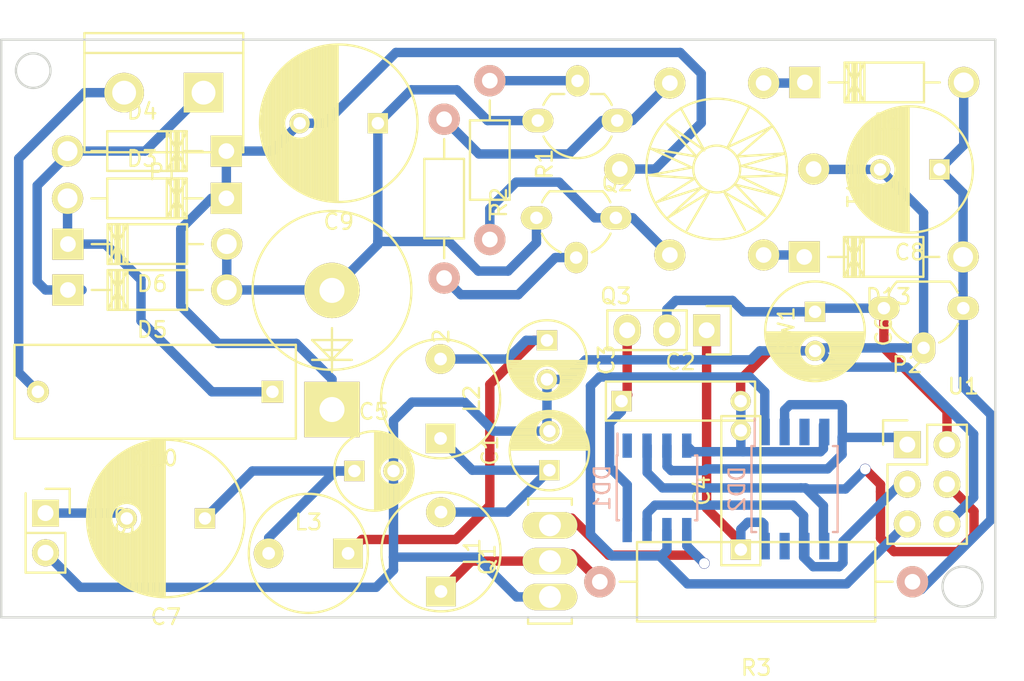
<source format=kicad_pcb>
(kicad_pcb (version 4) (host pcbnew 4.0.2+e4-6225~38~ubuntu15.10.1-stable)

  (general
    (links 64)
    (no_connects 0)
    (area 58.924999 17.0027 124.885305 62.065002)
    (thickness 1.6)
    (drawings 6)
    (tracks 252)
    (zones 0)
    (modules 34)
    (nets 27)
  )

  (page A4)
  (layers
    (0 F.Cu signal)
    (31 B.Cu signal)
    (32 B.Adhes user)
    (33 F.Adhes user)
    (34 B.Paste user)
    (35 F.Paste user)
    (36 B.SilkS user)
    (37 F.SilkS user)
    (38 B.Mask user)
    (39 F.Mask user)
    (40 Dwgs.User user)
    (41 Cmts.User user)
    (42 Eco1.User user)
    (43 Eco2.User user)
    (44 Edge.Cuts user)
    (45 Margin user)
    (46 B.CrtYd user)
    (47 F.CrtYd user)
    (48 B.Fab user)
    (49 F.Fab user)
  )

  (setup
    (last_trace_width 0.6)
    (trace_clearance 0.5)
    (zone_clearance 0.508)
    (zone_45_only no)
    (trace_min 0.2)
    (segment_width 0.2)
    (edge_width 0.15)
    (via_size 0.7)
    (via_drill 0.65)
    (via_min_size 0.4)
    (via_min_drill 0.3)
    (uvia_size 0.7)
    (uvia_drill 0.65)
    (uvias_allowed no)
    (uvia_min_size 0.2)
    (uvia_min_drill 0.1)
    (pcb_text_width 0.3)
    (pcb_text_size 1.5 1.5)
    (mod_edge_width 0.15)
    (mod_text_size 1 1)
    (mod_text_width 0.15)
    (pad_size 1.524 1.524)
    (pad_drill 0.762)
    (pad_to_mask_clearance 0.2)
    (aux_axis_origin 0 0)
    (grid_origin 118.6307 57.094302)
    (visible_elements FFFFFF7F)
    (pcbplotparams
      (layerselection 0x00030_80000001)
      (usegerberextensions false)
      (excludeedgelayer true)
      (linewidth 0.100000)
      (plotframeref false)
      (viasonmask false)
      (mode 1)
      (useauxorigin false)
      (hpglpennumber 1)
      (hpglpenspeed 20)
      (hpglpendiameter 15)
      (hpglpenoverlay 2)
      (psnegative false)
      (psa4output false)
      (plotreference true)
      (plotvalue true)
      (plotinvisibletext false)
      (padsonsilk false)
      (subtractmaskfromsilk false)
      (outputformat 1)
      (mirror false)
      (drillshape 1)
      (scaleselection 1)
      (outputdirectory ""))
  )

  (net 0 "")
  (net 1 "Net-(C1-Pad1)")
  (net 2 GNDPWR)
  (net 3 "Net-(C2-Pad1)")
  (net 4 "Net-(C3-Pad1)")
  (net 5 "Net-(DD1-Pad6)")
  (net 6 "Net-(L1-Pad1)")
  (net 7 VDD)
  (net 8 "Net-(C5-Pad1)")
  (net 9 "Net-(C7-Pad2)")
  (net 10 "Net-(C9-Pad1)")
  (net 11 "Net-(C9-Pad2)")
  (net 12 "Net-(D1-Pad1)")
  (net 13 "Net-(C10-Pad1)")
  (net 14 "Net-(D4-Pad2)")
  (net 15 "Net-(C10-Pad2)")
  (net 16 "Net-(Q2-Pad2)")
  (net 17 "Net-(Q2-Pad1)")
  (net 18 "Net-(Q3-Pad2)")
  (net 19 "Net-(Q3-Pad1)")
  (net 20 "Net-(C4-Pad1)")
  (net 21 "Net-(D13-Pad1)")
  (net 22 +5V)
  (net 23 "Net-(DD1-Pad2)")
  (net 24 "Net-(DD1-Pad5)")
  (net 25 "Net-(DD1-Pad3)")
  (net 26 "Net-(DD1-Pad7)")

  (net_class Default "Это класс цепей по умолчанию."
    (clearance 0.5)
    (trace_width 0.6)
    (via_dia 0.7)
    (via_drill 0.65)
    (uvia_dia 0.7)
    (uvia_drill 0.65)
    (add_net +5V)
    (add_net GNDPWR)
    (add_net "Net-(C1-Pad1)")
    (add_net "Net-(C10-Pad1)")
    (add_net "Net-(C10-Pad2)")
    (add_net "Net-(C2-Pad1)")
    (add_net "Net-(C3-Pad1)")
    (add_net "Net-(C4-Pad1)")
    (add_net "Net-(C5-Pad1)")
    (add_net "Net-(C7-Pad2)")
    (add_net "Net-(C9-Pad1)")
    (add_net "Net-(C9-Pad2)")
    (add_net "Net-(D1-Pad1)")
    (add_net "Net-(D13-Pad1)")
    (add_net "Net-(D4-Pad2)")
    (add_net "Net-(DD1-Pad2)")
    (add_net "Net-(DD1-Pad3)")
    (add_net "Net-(DD1-Pad5)")
    (add_net "Net-(DD1-Pad6)")
    (add_net "Net-(DD1-Pad7)")
    (add_net "Net-(L1-Pad1)")
    (add_net "Net-(Q2-Pad1)")
    (add_net "Net-(Q2-Pad2)")
    (add_net "Net-(Q3-Pad1)")
    (add_net "Net-(Q3-Pad2)")
    (add_net VDD)
  )

  (module Capacitors_ThroughHole:C_Rect_L18_W6_P15 (layer F.Cu) (tedit 0) (tstamp 579B57AC)
    (at 76.3524 42.641702 180)
    (descr "Film Capacitor Length 18mm x Width 6mm, Pitch 15mm")
    (tags Capacitor)
    (path /579B568C)
    (fp_text reference C10 (at 7.5 -4.25 180) (layer F.SilkS)
      (effects (font (size 1 1) (thickness 0.15)))
    )
    (fp_text value 2.2 (at 7.5 4.25 180) (layer F.Fab)
      (effects (font (size 1 1) (thickness 0.15)))
    )
    (fp_line (start -1.75 -3.25) (end 16.75 -3.25) (layer F.CrtYd) (width 0.05))
    (fp_line (start 16.75 -3.25) (end 16.75 3.25) (layer F.CrtYd) (width 0.05))
    (fp_line (start 16.75 3.25) (end -1.75 3.25) (layer F.CrtYd) (width 0.05))
    (fp_line (start -1.75 3.25) (end -1.75 -3.25) (layer F.CrtYd) (width 0.05))
    (fp_line (start -1.5 -3) (end 16.5 -3) (layer F.SilkS) (width 0.15))
    (fp_line (start 16.5 -3) (end 16.5 3) (layer F.SilkS) (width 0.15))
    (fp_line (start 16.5 3) (end -1.5 3) (layer F.SilkS) (width 0.15))
    (fp_line (start -1.5 3) (end -1.5 -3) (layer F.SilkS) (width 0.15))
    (pad 1 thru_hole rect (at 0 0 180) (size 1.4 1.4) (drill 0.8) (layers *.Cu *.Mask F.SilkS)
      (net 13 "Net-(C10-Pad1)"))
    (pad 2 thru_hole circle (at 15 0 180) (size 1.4 1.4) (drill 0.8) (layers *.Cu *.Mask F.SilkS)
      (net 15 "Net-(C10-Pad2)"))
    (model Capacitors_ThroughHole.3dshapes/C_Rect_L18_W6_P15.wrl
      (at (xyz 0.295276 0 0))
      (scale (xyz 1 1 1))
      (rotate (xyz 0 0 0))
    )
  )

  (module Capacitors_ThroughHole:C_Radial_D5_L11_P2.5 (layer F.Cu) (tedit 0) (tstamp 579B54AD)
    (at 94.0689 47.658202 90)
    (descr "Radial Electrolytic Capacitor Diameter 5mm x Length 11mm, Pitch 2.5mm")
    (tags "Electrolytic Capacitor")
    (path /5795FF3D)
    (fp_text reference C1 (at 1.25 -3.8 90) (layer F.SilkS)
      (effects (font (size 1 1) (thickness 0.15)))
    )
    (fp_text value 2.2 (at 1.25 3.8 90) (layer F.Fab)
      (effects (font (size 1 1) (thickness 0.15)))
    )
    (fp_line (start 1.325 -2.499) (end 1.325 2.499) (layer F.SilkS) (width 0.15))
    (fp_line (start 1.465 -2.491) (end 1.465 2.491) (layer F.SilkS) (width 0.15))
    (fp_line (start 1.605 -2.475) (end 1.605 -0.095) (layer F.SilkS) (width 0.15))
    (fp_line (start 1.605 0.095) (end 1.605 2.475) (layer F.SilkS) (width 0.15))
    (fp_line (start 1.745 -2.451) (end 1.745 -0.49) (layer F.SilkS) (width 0.15))
    (fp_line (start 1.745 0.49) (end 1.745 2.451) (layer F.SilkS) (width 0.15))
    (fp_line (start 1.885 -2.418) (end 1.885 -0.657) (layer F.SilkS) (width 0.15))
    (fp_line (start 1.885 0.657) (end 1.885 2.418) (layer F.SilkS) (width 0.15))
    (fp_line (start 2.025 -2.377) (end 2.025 -0.764) (layer F.SilkS) (width 0.15))
    (fp_line (start 2.025 0.764) (end 2.025 2.377) (layer F.SilkS) (width 0.15))
    (fp_line (start 2.165 -2.327) (end 2.165 -0.835) (layer F.SilkS) (width 0.15))
    (fp_line (start 2.165 0.835) (end 2.165 2.327) (layer F.SilkS) (width 0.15))
    (fp_line (start 2.305 -2.266) (end 2.305 -0.879) (layer F.SilkS) (width 0.15))
    (fp_line (start 2.305 0.879) (end 2.305 2.266) (layer F.SilkS) (width 0.15))
    (fp_line (start 2.445 -2.196) (end 2.445 -0.898) (layer F.SilkS) (width 0.15))
    (fp_line (start 2.445 0.898) (end 2.445 2.196) (layer F.SilkS) (width 0.15))
    (fp_line (start 2.585 -2.114) (end 2.585 -0.896) (layer F.SilkS) (width 0.15))
    (fp_line (start 2.585 0.896) (end 2.585 2.114) (layer F.SilkS) (width 0.15))
    (fp_line (start 2.725 -2.019) (end 2.725 -0.871) (layer F.SilkS) (width 0.15))
    (fp_line (start 2.725 0.871) (end 2.725 2.019) (layer F.SilkS) (width 0.15))
    (fp_line (start 2.865 -1.908) (end 2.865 -0.823) (layer F.SilkS) (width 0.15))
    (fp_line (start 2.865 0.823) (end 2.865 1.908) (layer F.SilkS) (width 0.15))
    (fp_line (start 3.005 -1.78) (end 3.005 -0.745) (layer F.SilkS) (width 0.15))
    (fp_line (start 3.005 0.745) (end 3.005 1.78) (layer F.SilkS) (width 0.15))
    (fp_line (start 3.145 -1.631) (end 3.145 -0.628) (layer F.SilkS) (width 0.15))
    (fp_line (start 3.145 0.628) (end 3.145 1.631) (layer F.SilkS) (width 0.15))
    (fp_line (start 3.285 -1.452) (end 3.285 -0.44) (layer F.SilkS) (width 0.15))
    (fp_line (start 3.285 0.44) (end 3.285 1.452) (layer F.SilkS) (width 0.15))
    (fp_line (start 3.425 -1.233) (end 3.425 1.233) (layer F.SilkS) (width 0.15))
    (fp_line (start 3.565 -0.944) (end 3.565 0.944) (layer F.SilkS) (width 0.15))
    (fp_line (start 3.705 -0.472) (end 3.705 0.472) (layer F.SilkS) (width 0.15))
    (fp_circle (center 2.5 0) (end 2.5 -0.9) (layer F.SilkS) (width 0.15))
    (fp_circle (center 1.25 0) (end 1.25 -2.5375) (layer F.SilkS) (width 0.15))
    (fp_circle (center 1.25 0) (end 1.25 -2.8) (layer F.CrtYd) (width 0.05))
    (pad 1 thru_hole rect (at 0 0 90) (size 1.3 1.3) (drill 0.8) (layers *.Cu *.Mask F.SilkS)
      (net 1 "Net-(C1-Pad1)"))
    (pad 2 thru_hole circle (at 2.5 0 90) (size 1.3 1.3) (drill 0.8) (layers *.Cu *.Mask F.SilkS)
      (net 2 GNDPWR))
    (model Capacitors_ThroughHole.3dshapes/C_Radial_D5_L11_P2.5.wrl
      (at (xyz 0.049213 0 0))
      (scale (xyz 1 1 1))
      (rotate (xyz 0 0 90))
    )
  )

  (module Capacitors_ThroughHole:C_Radial_D5_L11_P2.5 (layer F.Cu) (tedit 0) (tstamp 579B54B9)
    (at 93.9165 39.352402 270)
    (descr "Radial Electrolytic Capacitor Diameter 5mm x Length 11mm, Pitch 2.5mm")
    (tags "Electrolytic Capacitor")
    (path /5795FF84)
    (fp_text reference C3 (at 1.25 -3.8 270) (layer F.SilkS)
      (effects (font (size 1 1) (thickness 0.15)))
    )
    (fp_text value 1.0 (at 1.25 3.8 270) (layer F.Fab)
      (effects (font (size 1 1) (thickness 0.15)))
    )
    (fp_line (start 1.325 -2.499) (end 1.325 2.499) (layer F.SilkS) (width 0.15))
    (fp_line (start 1.465 -2.491) (end 1.465 2.491) (layer F.SilkS) (width 0.15))
    (fp_line (start 1.605 -2.475) (end 1.605 -0.095) (layer F.SilkS) (width 0.15))
    (fp_line (start 1.605 0.095) (end 1.605 2.475) (layer F.SilkS) (width 0.15))
    (fp_line (start 1.745 -2.451) (end 1.745 -0.49) (layer F.SilkS) (width 0.15))
    (fp_line (start 1.745 0.49) (end 1.745 2.451) (layer F.SilkS) (width 0.15))
    (fp_line (start 1.885 -2.418) (end 1.885 -0.657) (layer F.SilkS) (width 0.15))
    (fp_line (start 1.885 0.657) (end 1.885 2.418) (layer F.SilkS) (width 0.15))
    (fp_line (start 2.025 -2.377) (end 2.025 -0.764) (layer F.SilkS) (width 0.15))
    (fp_line (start 2.025 0.764) (end 2.025 2.377) (layer F.SilkS) (width 0.15))
    (fp_line (start 2.165 -2.327) (end 2.165 -0.835) (layer F.SilkS) (width 0.15))
    (fp_line (start 2.165 0.835) (end 2.165 2.327) (layer F.SilkS) (width 0.15))
    (fp_line (start 2.305 -2.266) (end 2.305 -0.879) (layer F.SilkS) (width 0.15))
    (fp_line (start 2.305 0.879) (end 2.305 2.266) (layer F.SilkS) (width 0.15))
    (fp_line (start 2.445 -2.196) (end 2.445 -0.898) (layer F.SilkS) (width 0.15))
    (fp_line (start 2.445 0.898) (end 2.445 2.196) (layer F.SilkS) (width 0.15))
    (fp_line (start 2.585 -2.114) (end 2.585 -0.896) (layer F.SilkS) (width 0.15))
    (fp_line (start 2.585 0.896) (end 2.585 2.114) (layer F.SilkS) (width 0.15))
    (fp_line (start 2.725 -2.019) (end 2.725 -0.871) (layer F.SilkS) (width 0.15))
    (fp_line (start 2.725 0.871) (end 2.725 2.019) (layer F.SilkS) (width 0.15))
    (fp_line (start 2.865 -1.908) (end 2.865 -0.823) (layer F.SilkS) (width 0.15))
    (fp_line (start 2.865 0.823) (end 2.865 1.908) (layer F.SilkS) (width 0.15))
    (fp_line (start 3.005 -1.78) (end 3.005 -0.745) (layer F.SilkS) (width 0.15))
    (fp_line (start 3.005 0.745) (end 3.005 1.78) (layer F.SilkS) (width 0.15))
    (fp_line (start 3.145 -1.631) (end 3.145 -0.628) (layer F.SilkS) (width 0.15))
    (fp_line (start 3.145 0.628) (end 3.145 1.631) (layer F.SilkS) (width 0.15))
    (fp_line (start 3.285 -1.452) (end 3.285 -0.44) (layer F.SilkS) (width 0.15))
    (fp_line (start 3.285 0.44) (end 3.285 1.452) (layer F.SilkS) (width 0.15))
    (fp_line (start 3.425 -1.233) (end 3.425 1.233) (layer F.SilkS) (width 0.15))
    (fp_line (start 3.565 -0.944) (end 3.565 0.944) (layer F.SilkS) (width 0.15))
    (fp_line (start 3.705 -0.472) (end 3.705 0.472) (layer F.SilkS) (width 0.15))
    (fp_circle (center 2.5 0) (end 2.5 -0.9) (layer F.SilkS) (width 0.15))
    (fp_circle (center 1.25 0) (end 1.25 -2.5375) (layer F.SilkS) (width 0.15))
    (fp_circle (center 1.25 0) (end 1.25 -2.8) (layer F.CrtYd) (width 0.05))
    (pad 1 thru_hole rect (at 0 0 270) (size 1.3 1.3) (drill 0.8) (layers *.Cu *.Mask F.SilkS)
      (net 4 "Net-(C3-Pad1)"))
    (pad 2 thru_hole circle (at 2.5 0 270) (size 1.3 1.3) (drill 0.8) (layers *.Cu *.Mask F.SilkS)
      (net 2 GNDPWR))
    (model Capacitors_ThroughHole.3dshapes/C_Radial_D5_L11_P2.5.wrl
      (at (xyz 0.049213 0 0))
      (scale (xyz 1 1 1))
      (rotate (xyz 0 0 90))
    )
  )

  (module Inductors:INDUCTOR_V (layer F.Cu) (tedit 0) (tstamp 579B54DD)
    (at 87.1347 52.877902 90)
    (descr "Inductor (vertical)")
    (tags INDUCTOR)
    (path /5795FB26)
    (fp_text reference L1 (at 0 1.99898 90) (layer F.SilkS)
      (effects (font (size 1 1) (thickness 0.15)))
    )
    (fp_text value "150 uH" (at 0.09906 -1.99898 90) (layer F.Fab)
      (effects (font (size 1 1) (thickness 0.15)))
    )
    (fp_circle (center 0 0) (end 3.81 0) (layer F.SilkS) (width 0.15))
    (pad 1 thru_hole rect (at -2.54 0 90) (size 1.905 1.905) (drill 0.8128) (layers *.Cu *.Mask F.SilkS)
      (net 6 "Net-(L1-Pad1)"))
    (pad 2 thru_hole circle (at 2.54 0 90) (size 1.905 1.905) (drill 0.8128) (layers *.Cu *.Mask F.SilkS)
      (net 1 "Net-(C1-Pad1)"))
    (model Inductors.3dshapes/INDUCTOR_V.wrl
      (at (xyz 0 0 0))
      (scale (xyz 2 2 2))
      (rotate (xyz 0 0 0))
    )
  )

  (module Inductors:INDUCTOR_V (layer F.Cu) (tedit 0) (tstamp 579B54E3)
    (at 87.1093 43.086202 90)
    (descr "Inductor (vertical)")
    (tags INDUCTOR)
    (path /5795FB9B)
    (fp_text reference L2 (at 0 1.99898 90) (layer F.SilkS)
      (effects (font (size 1 1) (thickness 0.15)))
    )
    (fp_text value "20 uH" (at 0.09906 -1.99898 90) (layer F.Fab)
      (effects (font (size 1 1) (thickness 0.15)))
    )
    (fp_circle (center 0 0) (end 3.81 0) (layer F.SilkS) (width 0.15))
    (pad 1 thru_hole rect (at -2.54 0 90) (size 1.905 1.905) (drill 0.8128) (layers *.Cu *.Mask F.SilkS)
      (net 1 "Net-(C1-Pad1)"))
    (pad 2 thru_hole circle (at 2.54 0 90) (size 1.905 1.905) (drill 0.8128) (layers *.Cu *.Mask F.SilkS)
      (net 4 "Net-(C3-Pad1)"))
    (model Inductors.3dshapes/INDUCTOR_V.wrl
      (at (xyz 0 0 0))
      (scale (xyz 2 2 2))
      (rotate (xyz 0 0 0))
    )
  )

  (module Inductors:INDUCTOR_V (layer F.Cu) (tedit 0) (tstamp 579B54E9)
    (at 78.6511 52.979502 180)
    (descr "Inductor (vertical)")
    (tags INDUCTOR)
    (path /5795FD14)
    (fp_text reference L3 (at 0 1.99898 180) (layer F.SilkS)
      (effects (font (size 1 1) (thickness 0.15)))
    )
    (fp_text value "20 uH" (at 0.09906 -1.99898 180) (layer F.Fab)
      (effects (font (size 1 1) (thickness 0.15)))
    )
    (fp_circle (center 0 0) (end 3.81 0) (layer F.SilkS) (width 0.15))
    (pad 1 thru_hole rect (at -2.54 0 180) (size 1.905 1.905) (drill 0.8128) (layers *.Cu *.Mask F.SilkS)
      (net 4 "Net-(C3-Pad1)"))
    (pad 2 thru_hole circle (at 2.54 0 180) (size 1.905 1.905) (drill 0.8128) (layers *.Cu *.Mask F.SilkS)
      (net 8 "Net-(C5-Pad1)"))
    (model Inductors.3dshapes/INDUCTOR_V.wrl
      (at (xyz 0 0 0))
      (scale (xyz 2 2 2))
      (rotate (xyz 0 0 0))
    )
  )

  (module TO_SOT_Packages_THT:SOT126_SOT32_Housing_Vertical_BigPads (layer F.Cu) (tedit 0) (tstamp 579B54F0)
    (at 94.107 53.474802 90)
    (descr "SOT126, SOT32, Housing, Vertical, Big Pads,")
    (tags "SOT126, SOT32, Housing, Vertical, Big Pads,")
    (path /579A1172)
    (fp_text reference Q1 (at 0.09906 -4.0005 90) (layer F.SilkS)
      (effects (font (size 1 1) (thickness 0.15)))
    )
    (fp_text value BD137 (at 0.09906 3.50012 90) (layer F.Fab)
      (effects (font (size 1 1) (thickness 0.15)))
    )
    (fp_line (start -4.0005 -1.39954) (end -3.59918 -1.39954) (layer F.SilkS) (width 0.15))
    (fp_line (start -4.0005 -1.39954) (end -4.0005 1.39954) (layer F.SilkS) (width 0.15))
    (fp_line (start -4.0005 1.39954) (end -3.59918 1.39954) (layer F.SilkS) (width 0.15))
    (fp_line (start 4.0005 -1.39954) (end 3.59918 -1.39954) (layer F.SilkS) (width 0.15))
    (fp_line (start 4.0005 -1.39954) (end 4.0005 1.39954) (layer F.SilkS) (width 0.15))
    (fp_line (start 4.0005 1.39954) (end 3.59918 1.39954) (layer F.SilkS) (width 0.15))
    (pad 2 thru_hole oval (at 0 0 90) (size 1.69926 3.50012) (drill 1.39954) (layers *.Cu *.Mask F.SilkS)
      (net 6 "Net-(L1-Pad1)"))
    (pad 1 thru_hole oval (at -2.29108 0 90) (size 1.69926 3.50012) (drill 1.39954) (layers *.Cu *.Mask F.SilkS)
      (net 2 GNDPWR))
    (pad 3 thru_hole oval (at 2.29108 0 90) (size 1.69926 3.50012) (drill 1.39954) (layers *.Cu *.Mask F.SilkS)
      (net 24 "Net-(DD1-Pad5)"))
    (model TO_SOT_Packages_THT.3dshapes/SOT126_SOT32_Housing_Vertical_BigPads.wrl
      (at (xyz 0 0 0))
      (scale (xyz 0.3937 0.3937 0.3937))
      (rotate (xyz 0 0 0))
    )
  )

  (module Pin_Headers:Pin_Header_Straight_2x01 (layer F.Cu) (tedit 0) (tstamp 579B54F6)
    (at 61.8363 50.401402 270)
    (descr "Through hole pin header")
    (tags "pin header")
    (path /5795FA57)
    (fp_text reference SP1 (at 0 -5.1 270) (layer F.SilkS)
      (effects (font (size 1 1) (thickness 0.15)))
    )
    (fp_text value SPEAKER (at 0 -3.1 270) (layer F.Fab)
      (effects (font (size 1 1) (thickness 0.15)))
    )
    (fp_line (start -1.75 -1.75) (end -1.75 1.75) (layer F.CrtYd) (width 0.05))
    (fp_line (start 4.3 -1.75) (end 4.3 1.75) (layer F.CrtYd) (width 0.05))
    (fp_line (start -1.75 -1.75) (end 4.3 -1.75) (layer F.CrtYd) (width 0.05))
    (fp_line (start -1.75 1.75) (end 4.3 1.75) (layer F.CrtYd) (width 0.05))
    (fp_line (start -1.55 0) (end -1.55 -1.55) (layer F.SilkS) (width 0.15))
    (fp_line (start 0 -1.55) (end -1.55 -1.55) (layer F.SilkS) (width 0.15))
    (fp_line (start -1.27 1.27) (end 1.27 1.27) (layer F.SilkS) (width 0.15))
    (fp_line (start 3.81 -1.27) (end 1.27 -1.27) (layer F.SilkS) (width 0.15))
    (fp_line (start 1.27 -1.27) (end 1.27 1.27) (layer F.SilkS) (width 0.15))
    (fp_line (start 1.27 1.27) (end 3.81 1.27) (layer F.SilkS) (width 0.15))
    (fp_line (start 3.81 1.27) (end 3.81 -1.27) (layer F.SilkS) (width 0.15))
    (pad 1 thru_hole rect (at 0 0 270) (size 1.7272 1.7272) (drill 1.016) (layers *.Cu *.Mask F.SilkS)
      (net 9 "Net-(C7-Pad2)"))
    (pad 2 thru_hole oval (at 2.54 0 270) (size 1.7272 1.7272) (drill 1.016) (layers *.Cu *.Mask F.SilkS)
      (net 2 GNDPWR))
    (model Pin_Headers.3dshapes/Pin_Header_Straight_2x01.wrl
      (at (xyz 0.05 0 0))
      (scale (xyz 1 1 1))
      (rotate (xyz 0 0 90))
    )
  )

  (module Capacitors_ThroughHole:C_Radial_D5_L11_P2.5 (layer F.Cu) (tedit 0) (tstamp 579B55D5)
    (at 81.5975 47.709002)
    (descr "Radial Electrolytic Capacitor Diameter 5mm x Length 11mm, Pitch 2.5mm")
    (tags "Electrolytic Capacitor")
    (path /5795FFB3)
    (fp_text reference C5 (at 1.25 -3.8) (layer F.SilkS)
      (effects (font (size 1 1) (thickness 0.15)))
    )
    (fp_text value 1.0 (at 1.25 3.8) (layer F.Fab)
      (effects (font (size 1 1) (thickness 0.15)))
    )
    (fp_line (start 1.325 -2.499) (end 1.325 2.499) (layer F.SilkS) (width 0.15))
    (fp_line (start 1.465 -2.491) (end 1.465 2.491) (layer F.SilkS) (width 0.15))
    (fp_line (start 1.605 -2.475) (end 1.605 -0.095) (layer F.SilkS) (width 0.15))
    (fp_line (start 1.605 0.095) (end 1.605 2.475) (layer F.SilkS) (width 0.15))
    (fp_line (start 1.745 -2.451) (end 1.745 -0.49) (layer F.SilkS) (width 0.15))
    (fp_line (start 1.745 0.49) (end 1.745 2.451) (layer F.SilkS) (width 0.15))
    (fp_line (start 1.885 -2.418) (end 1.885 -0.657) (layer F.SilkS) (width 0.15))
    (fp_line (start 1.885 0.657) (end 1.885 2.418) (layer F.SilkS) (width 0.15))
    (fp_line (start 2.025 -2.377) (end 2.025 -0.764) (layer F.SilkS) (width 0.15))
    (fp_line (start 2.025 0.764) (end 2.025 2.377) (layer F.SilkS) (width 0.15))
    (fp_line (start 2.165 -2.327) (end 2.165 -0.835) (layer F.SilkS) (width 0.15))
    (fp_line (start 2.165 0.835) (end 2.165 2.327) (layer F.SilkS) (width 0.15))
    (fp_line (start 2.305 -2.266) (end 2.305 -0.879) (layer F.SilkS) (width 0.15))
    (fp_line (start 2.305 0.879) (end 2.305 2.266) (layer F.SilkS) (width 0.15))
    (fp_line (start 2.445 -2.196) (end 2.445 -0.898) (layer F.SilkS) (width 0.15))
    (fp_line (start 2.445 0.898) (end 2.445 2.196) (layer F.SilkS) (width 0.15))
    (fp_line (start 2.585 -2.114) (end 2.585 -0.896) (layer F.SilkS) (width 0.15))
    (fp_line (start 2.585 0.896) (end 2.585 2.114) (layer F.SilkS) (width 0.15))
    (fp_line (start 2.725 -2.019) (end 2.725 -0.871) (layer F.SilkS) (width 0.15))
    (fp_line (start 2.725 0.871) (end 2.725 2.019) (layer F.SilkS) (width 0.15))
    (fp_line (start 2.865 -1.908) (end 2.865 -0.823) (layer F.SilkS) (width 0.15))
    (fp_line (start 2.865 0.823) (end 2.865 1.908) (layer F.SilkS) (width 0.15))
    (fp_line (start 3.005 -1.78) (end 3.005 -0.745) (layer F.SilkS) (width 0.15))
    (fp_line (start 3.005 0.745) (end 3.005 1.78) (layer F.SilkS) (width 0.15))
    (fp_line (start 3.145 -1.631) (end 3.145 -0.628) (layer F.SilkS) (width 0.15))
    (fp_line (start 3.145 0.628) (end 3.145 1.631) (layer F.SilkS) (width 0.15))
    (fp_line (start 3.285 -1.452) (end 3.285 -0.44) (layer F.SilkS) (width 0.15))
    (fp_line (start 3.285 0.44) (end 3.285 1.452) (layer F.SilkS) (width 0.15))
    (fp_line (start 3.425 -1.233) (end 3.425 1.233) (layer F.SilkS) (width 0.15))
    (fp_line (start 3.565 -0.944) (end 3.565 0.944) (layer F.SilkS) (width 0.15))
    (fp_line (start 3.705 -0.472) (end 3.705 0.472) (layer F.SilkS) (width 0.15))
    (fp_circle (center 2.5 0) (end 2.5 -0.9) (layer F.SilkS) (width 0.15))
    (fp_circle (center 1.25 0) (end 1.25 -2.5375) (layer F.SilkS) (width 0.15))
    (fp_circle (center 1.25 0) (end 1.25 -2.8) (layer F.CrtYd) (width 0.05))
    (pad 1 thru_hole rect (at 0 0) (size 1.3 1.3) (drill 0.8) (layers *.Cu *.Mask F.SilkS)
      (net 8 "Net-(C5-Pad1)"))
    (pad 2 thru_hole circle (at 2.5 0) (size 1.3 1.3) (drill 0.8) (layers *.Cu *.Mask F.SilkS)
      (net 2 GNDPWR))
    (model Capacitors_ThroughHole.3dshapes/C_Radial_D5_L11_P2.5.wrl
      (at (xyz 0.049213 0 0))
      (scale (xyz 1 1 1))
      (rotate (xyz 0 0 90))
    )
  )

  (module Capacitors_ThroughHole:C_Radial_D10_L16_P5 (layer F.Cu) (tedit 0) (tstamp 579B55E1)
    (at 72.0344 50.744302 180)
    (descr "Radial Electrolytic Capacitor 10mm x Length 16mm, Pitch 5mm")
    (tags "Electrolytic Capacitor")
    (path /579603BF)
    (fp_text reference C7 (at 2.5 -6.3 180) (layer F.SilkS)
      (effects (font (size 1 1) (thickness 0.15)))
    )
    (fp_text value 100.0 (at 2.5 6.3 180) (layer F.Fab)
      (effects (font (size 1 1) (thickness 0.15)))
    )
    (fp_line (start 2.575 -4.999) (end 2.575 4.999) (layer F.SilkS) (width 0.15))
    (fp_line (start 2.715 -4.995) (end 2.715 4.995) (layer F.SilkS) (width 0.15))
    (fp_line (start 2.855 -4.987) (end 2.855 4.987) (layer F.SilkS) (width 0.15))
    (fp_line (start 2.995 -4.975) (end 2.995 4.975) (layer F.SilkS) (width 0.15))
    (fp_line (start 3.135 -4.96) (end 3.135 4.96) (layer F.SilkS) (width 0.15))
    (fp_line (start 3.275 -4.94) (end 3.275 4.94) (layer F.SilkS) (width 0.15))
    (fp_line (start 3.415 -4.916) (end 3.415 4.916) (layer F.SilkS) (width 0.15))
    (fp_line (start 3.555 -4.887) (end 3.555 4.887) (layer F.SilkS) (width 0.15))
    (fp_line (start 3.695 -4.855) (end 3.695 4.855) (layer F.SilkS) (width 0.15))
    (fp_line (start 3.835 -4.818) (end 3.835 4.818) (layer F.SilkS) (width 0.15))
    (fp_line (start 3.975 -4.777) (end 3.975 4.777) (layer F.SilkS) (width 0.15))
    (fp_line (start 4.115 -4.732) (end 4.115 -0.466) (layer F.SilkS) (width 0.15))
    (fp_line (start 4.115 0.466) (end 4.115 4.732) (layer F.SilkS) (width 0.15))
    (fp_line (start 4.255 -4.682) (end 4.255 -0.667) (layer F.SilkS) (width 0.15))
    (fp_line (start 4.255 0.667) (end 4.255 4.682) (layer F.SilkS) (width 0.15))
    (fp_line (start 4.395 -4.627) (end 4.395 -0.796) (layer F.SilkS) (width 0.15))
    (fp_line (start 4.395 0.796) (end 4.395 4.627) (layer F.SilkS) (width 0.15))
    (fp_line (start 4.535 -4.567) (end 4.535 -0.885) (layer F.SilkS) (width 0.15))
    (fp_line (start 4.535 0.885) (end 4.535 4.567) (layer F.SilkS) (width 0.15))
    (fp_line (start 4.675 -4.502) (end 4.675 -0.946) (layer F.SilkS) (width 0.15))
    (fp_line (start 4.675 0.946) (end 4.675 4.502) (layer F.SilkS) (width 0.15))
    (fp_line (start 4.815 -4.432) (end 4.815 -0.983) (layer F.SilkS) (width 0.15))
    (fp_line (start 4.815 0.983) (end 4.815 4.432) (layer F.SilkS) (width 0.15))
    (fp_line (start 4.955 -4.356) (end 4.955 -0.999) (layer F.SilkS) (width 0.15))
    (fp_line (start 4.955 0.999) (end 4.955 4.356) (layer F.SilkS) (width 0.15))
    (fp_line (start 5.095 -4.274) (end 5.095 -0.995) (layer F.SilkS) (width 0.15))
    (fp_line (start 5.095 0.995) (end 5.095 4.274) (layer F.SilkS) (width 0.15))
    (fp_line (start 5.235 -4.186) (end 5.235 -0.972) (layer F.SilkS) (width 0.15))
    (fp_line (start 5.235 0.972) (end 5.235 4.186) (layer F.SilkS) (width 0.15))
    (fp_line (start 5.375 -4.091) (end 5.375 -0.927) (layer F.SilkS) (width 0.15))
    (fp_line (start 5.375 0.927) (end 5.375 4.091) (layer F.SilkS) (width 0.15))
    (fp_line (start 5.515 -3.989) (end 5.515 -0.857) (layer F.SilkS) (width 0.15))
    (fp_line (start 5.515 0.857) (end 5.515 3.989) (layer F.SilkS) (width 0.15))
    (fp_line (start 5.655 -3.879) (end 5.655 -0.756) (layer F.SilkS) (width 0.15))
    (fp_line (start 5.655 0.756) (end 5.655 3.879) (layer F.SilkS) (width 0.15))
    (fp_line (start 5.795 -3.761) (end 5.795 -0.607) (layer F.SilkS) (width 0.15))
    (fp_line (start 5.795 0.607) (end 5.795 3.761) (layer F.SilkS) (width 0.15))
    (fp_line (start 5.935 -3.633) (end 5.935 -0.355) (layer F.SilkS) (width 0.15))
    (fp_line (start 5.935 0.355) (end 5.935 3.633) (layer F.SilkS) (width 0.15))
    (fp_line (start 6.075 -3.496) (end 6.075 3.496) (layer F.SilkS) (width 0.15))
    (fp_line (start 6.215 -3.346) (end 6.215 3.346) (layer F.SilkS) (width 0.15))
    (fp_line (start 6.355 -3.184) (end 6.355 3.184) (layer F.SilkS) (width 0.15))
    (fp_line (start 6.495 -3.007) (end 6.495 3.007) (layer F.SilkS) (width 0.15))
    (fp_line (start 6.635 -2.811) (end 6.635 2.811) (layer F.SilkS) (width 0.15))
    (fp_line (start 6.775 -2.593) (end 6.775 2.593) (layer F.SilkS) (width 0.15))
    (fp_line (start 6.915 -2.347) (end 6.915 2.347) (layer F.SilkS) (width 0.15))
    (fp_line (start 7.055 -2.062) (end 7.055 2.062) (layer F.SilkS) (width 0.15))
    (fp_line (start 7.195 -1.72) (end 7.195 1.72) (layer F.SilkS) (width 0.15))
    (fp_line (start 7.335 -1.274) (end 7.335 1.274) (layer F.SilkS) (width 0.15))
    (fp_line (start 7.475 -0.499) (end 7.475 0.499) (layer F.SilkS) (width 0.15))
    (fp_circle (center 5 0) (end 5 -1) (layer F.SilkS) (width 0.15))
    (fp_circle (center 2.5 0) (end 2.5 -5.0375) (layer F.SilkS) (width 0.15))
    (fp_circle (center 2.5 0) (end 2.5 -5.3) (layer F.CrtYd) (width 0.05))
    (pad 1 thru_hole rect (at 0 0 180) (size 1.3 1.3) (drill 0.8) (layers *.Cu *.Mask F.SilkS)
      (net 8 "Net-(C5-Pad1)"))
    (pad 2 thru_hole circle (at 5 0 180) (size 1.3 1.3) (drill 0.8) (layers *.Cu *.Mask F.SilkS)
      (net 9 "Net-(C7-Pad2)"))
    (model Capacitors_ThroughHole.3dshapes/C_Radial_D10_L16_P5.wrl
      (at (xyz 0.0984252 0 0))
      (scale (xyz 1 1 1))
      (rotate (xyz 0 0 90))
    )
  )

  (module Capacitors_ThroughHole:C_Radial_D8_L13_P3.8 (layer F.Cu) (tedit 0) (tstamp 579B55E7)
    (at 119.0244 28.417702 180)
    (descr "Radial Electrolytic Capacitor Diameter 8mm x Length 13mm, Pitch 3.8mm")
    (tags "Electrolytic Capacitor")
    (path /579B7604)
    (fp_text reference C8 (at 1.9 -5.3 180) (layer F.SilkS)
      (effects (font (size 1 1) (thickness 0.15)))
    )
    (fp_text value 470.0 (at 1.9 5.3 180) (layer F.Fab)
      (effects (font (size 1 1) (thickness 0.15)))
    )
    (fp_line (start 1.975 -3.999) (end 1.975 3.999) (layer F.SilkS) (width 0.15))
    (fp_line (start 2.115 -3.994) (end 2.115 3.994) (layer F.SilkS) (width 0.15))
    (fp_line (start 2.255 -3.984) (end 2.255 3.984) (layer F.SilkS) (width 0.15))
    (fp_line (start 2.395 -3.969) (end 2.395 3.969) (layer F.SilkS) (width 0.15))
    (fp_line (start 2.535 -3.949) (end 2.535 3.949) (layer F.SilkS) (width 0.15))
    (fp_line (start 2.675 -3.924) (end 2.675 3.924) (layer F.SilkS) (width 0.15))
    (fp_line (start 2.815 -3.894) (end 2.815 -0.173) (layer F.SilkS) (width 0.15))
    (fp_line (start 2.815 0.173) (end 2.815 3.894) (layer F.SilkS) (width 0.15))
    (fp_line (start 2.955 -3.858) (end 2.955 -0.535) (layer F.SilkS) (width 0.15))
    (fp_line (start 2.955 0.535) (end 2.955 3.858) (layer F.SilkS) (width 0.15))
    (fp_line (start 3.095 -3.817) (end 3.095 -0.709) (layer F.SilkS) (width 0.15))
    (fp_line (start 3.095 0.709) (end 3.095 3.817) (layer F.SilkS) (width 0.15))
    (fp_line (start 3.235 -3.771) (end 3.235 -0.825) (layer F.SilkS) (width 0.15))
    (fp_line (start 3.235 0.825) (end 3.235 3.771) (layer F.SilkS) (width 0.15))
    (fp_line (start 3.375 -3.718) (end 3.375 -0.905) (layer F.SilkS) (width 0.15))
    (fp_line (start 3.375 0.905) (end 3.375 3.718) (layer F.SilkS) (width 0.15))
    (fp_line (start 3.515 -3.659) (end 3.515 -0.959) (layer F.SilkS) (width 0.15))
    (fp_line (start 3.515 0.959) (end 3.515 3.659) (layer F.SilkS) (width 0.15))
    (fp_line (start 3.655 -3.594) (end 3.655 -0.989) (layer F.SilkS) (width 0.15))
    (fp_line (start 3.655 0.989) (end 3.655 3.594) (layer F.SilkS) (width 0.15))
    (fp_line (start 3.795 -3.523) (end 3.795 -1) (layer F.SilkS) (width 0.15))
    (fp_line (start 3.795 1) (end 3.795 3.523) (layer F.SilkS) (width 0.15))
    (fp_line (start 3.935 -3.444) (end 3.935 -0.991) (layer F.SilkS) (width 0.15))
    (fp_line (start 3.935 0.991) (end 3.935 3.444) (layer F.SilkS) (width 0.15))
    (fp_line (start 4.075 -3.357) (end 4.075 -0.961) (layer F.SilkS) (width 0.15))
    (fp_line (start 4.075 0.961) (end 4.075 3.357) (layer F.SilkS) (width 0.15))
    (fp_line (start 4.215 -3.262) (end 4.215 -0.91) (layer F.SilkS) (width 0.15))
    (fp_line (start 4.215 0.91) (end 4.215 3.262) (layer F.SilkS) (width 0.15))
    (fp_line (start 4.355 -3.158) (end 4.355 -0.832) (layer F.SilkS) (width 0.15))
    (fp_line (start 4.355 0.832) (end 4.355 3.158) (layer F.SilkS) (width 0.15))
    (fp_line (start 4.495 -3.044) (end 4.495 -0.719) (layer F.SilkS) (width 0.15))
    (fp_line (start 4.495 0.719) (end 4.495 3.044) (layer F.SilkS) (width 0.15))
    (fp_line (start 4.635 -2.919) (end 4.635 -0.55) (layer F.SilkS) (width 0.15))
    (fp_line (start 4.635 0.55) (end 4.635 2.919) (layer F.SilkS) (width 0.15))
    (fp_line (start 4.775 -2.781) (end 4.775 -0.222) (layer F.SilkS) (width 0.15))
    (fp_line (start 4.775 0.222) (end 4.775 2.781) (layer F.SilkS) (width 0.15))
    (fp_line (start 4.915 -2.629) (end 4.915 2.629) (layer F.SilkS) (width 0.15))
    (fp_line (start 5.055 -2.459) (end 5.055 2.459) (layer F.SilkS) (width 0.15))
    (fp_line (start 5.195 -2.268) (end 5.195 2.268) (layer F.SilkS) (width 0.15))
    (fp_line (start 5.335 -2.05) (end 5.335 2.05) (layer F.SilkS) (width 0.15))
    (fp_line (start 5.475 -1.794) (end 5.475 1.794) (layer F.SilkS) (width 0.15))
    (fp_line (start 5.615 -1.483) (end 5.615 1.483) (layer F.SilkS) (width 0.15))
    (fp_line (start 5.755 -1.067) (end 5.755 1.067) (layer F.SilkS) (width 0.15))
    (fp_line (start 5.895 -0.2) (end 5.895 0.2) (layer F.SilkS) (width 0.15))
    (fp_circle (center 3.8 0) (end 3.8 -1) (layer F.SilkS) (width 0.15))
    (fp_circle (center 1.9 0) (end 1.9 -4.0375) (layer F.SilkS) (width 0.15))
    (fp_circle (center 1.9 0) (end 1.9 -4.3) (layer F.CrtYd) (width 0.05))
    (pad 1 thru_hole rect (at 0 0 180) (size 1.3 1.3) (drill 0.8) (layers *.Cu *.Mask F.SilkS)
      (net 22 +5V))
    (pad 2 thru_hole circle (at 3.8 0 180) (size 1.3 1.3) (drill 0.8) (layers *.Cu *.Mask F.SilkS)
      (net 2 GNDPWR))
    (model Capacitors_ThroughHole.3dshapes/C_Radial_D8_L13_P3.8.wrl
      (at (xyz 0.0748031 0 0))
      (scale (xyz 1 1 1))
      (rotate (xyz 0 0 90))
    )
  )

  (module Capacitors_ThroughHole:C_Radial_D10_L21_P5 (layer F.Cu) (tedit 0) (tstamp 579B55ED)
    (at 83.0961 25.4635 180)
    (descr "Radial Electrolytic Capacitor Diameter 10mm x Length 21mm, Pitch 5mm")
    (tags "Electrolytic Capacitor")
    (path /579B536A)
    (fp_text reference C9 (at 2.5 -6.3 180) (layer F.SilkS)
      (effects (font (size 1 1) (thickness 0.15)))
    )
    (fp_text value 22.0 (at 2.5 6.3 180) (layer F.Fab)
      (effects (font (size 1 1) (thickness 0.15)))
    )
    (fp_line (start 2.575 -4.999) (end 2.575 4.999) (layer F.SilkS) (width 0.15))
    (fp_line (start 2.715 -4.995) (end 2.715 4.995) (layer F.SilkS) (width 0.15))
    (fp_line (start 2.855 -4.987) (end 2.855 4.987) (layer F.SilkS) (width 0.15))
    (fp_line (start 2.995 -4.975) (end 2.995 4.975) (layer F.SilkS) (width 0.15))
    (fp_line (start 3.135 -4.96) (end 3.135 4.96) (layer F.SilkS) (width 0.15))
    (fp_line (start 3.275 -4.94) (end 3.275 4.94) (layer F.SilkS) (width 0.15))
    (fp_line (start 3.415 -4.916) (end 3.415 4.916) (layer F.SilkS) (width 0.15))
    (fp_line (start 3.555 -4.887) (end 3.555 4.887) (layer F.SilkS) (width 0.15))
    (fp_line (start 3.695 -4.855) (end 3.695 4.855) (layer F.SilkS) (width 0.15))
    (fp_line (start 3.835 -4.818) (end 3.835 4.818) (layer F.SilkS) (width 0.15))
    (fp_line (start 3.975 -4.777) (end 3.975 4.777) (layer F.SilkS) (width 0.15))
    (fp_line (start 4.115 -4.732) (end 4.115 -0.466) (layer F.SilkS) (width 0.15))
    (fp_line (start 4.115 0.466) (end 4.115 4.732) (layer F.SilkS) (width 0.15))
    (fp_line (start 4.255 -4.682) (end 4.255 -0.667) (layer F.SilkS) (width 0.15))
    (fp_line (start 4.255 0.667) (end 4.255 4.682) (layer F.SilkS) (width 0.15))
    (fp_line (start 4.395 -4.627) (end 4.395 -0.796) (layer F.SilkS) (width 0.15))
    (fp_line (start 4.395 0.796) (end 4.395 4.627) (layer F.SilkS) (width 0.15))
    (fp_line (start 4.535 -4.567) (end 4.535 -0.885) (layer F.SilkS) (width 0.15))
    (fp_line (start 4.535 0.885) (end 4.535 4.567) (layer F.SilkS) (width 0.15))
    (fp_line (start 4.675 -4.502) (end 4.675 -0.946) (layer F.SilkS) (width 0.15))
    (fp_line (start 4.675 0.946) (end 4.675 4.502) (layer F.SilkS) (width 0.15))
    (fp_line (start 4.815 -4.432) (end 4.815 -0.983) (layer F.SilkS) (width 0.15))
    (fp_line (start 4.815 0.983) (end 4.815 4.432) (layer F.SilkS) (width 0.15))
    (fp_line (start 4.955 -4.356) (end 4.955 -0.999) (layer F.SilkS) (width 0.15))
    (fp_line (start 4.955 0.999) (end 4.955 4.356) (layer F.SilkS) (width 0.15))
    (fp_line (start 5.095 -4.274) (end 5.095 -0.995) (layer F.SilkS) (width 0.15))
    (fp_line (start 5.095 0.995) (end 5.095 4.274) (layer F.SilkS) (width 0.15))
    (fp_line (start 5.235 -4.186) (end 5.235 -0.972) (layer F.SilkS) (width 0.15))
    (fp_line (start 5.235 0.972) (end 5.235 4.186) (layer F.SilkS) (width 0.15))
    (fp_line (start 5.375 -4.091) (end 5.375 -0.927) (layer F.SilkS) (width 0.15))
    (fp_line (start 5.375 0.927) (end 5.375 4.091) (layer F.SilkS) (width 0.15))
    (fp_line (start 5.515 -3.989) (end 5.515 -0.857) (layer F.SilkS) (width 0.15))
    (fp_line (start 5.515 0.857) (end 5.515 3.989) (layer F.SilkS) (width 0.15))
    (fp_line (start 5.655 -3.879) (end 5.655 -0.756) (layer F.SilkS) (width 0.15))
    (fp_line (start 5.655 0.756) (end 5.655 3.879) (layer F.SilkS) (width 0.15))
    (fp_line (start 5.795 -3.761) (end 5.795 -0.607) (layer F.SilkS) (width 0.15))
    (fp_line (start 5.795 0.607) (end 5.795 3.761) (layer F.SilkS) (width 0.15))
    (fp_line (start 5.935 -3.633) (end 5.935 -0.355) (layer F.SilkS) (width 0.15))
    (fp_line (start 5.935 0.355) (end 5.935 3.633) (layer F.SilkS) (width 0.15))
    (fp_line (start 6.075 -3.496) (end 6.075 3.496) (layer F.SilkS) (width 0.15))
    (fp_line (start 6.215 -3.346) (end 6.215 3.346) (layer F.SilkS) (width 0.15))
    (fp_line (start 6.355 -3.184) (end 6.355 3.184) (layer F.SilkS) (width 0.15))
    (fp_line (start 6.495 -3.007) (end 6.495 3.007) (layer F.SilkS) (width 0.15))
    (fp_line (start 6.635 -2.811) (end 6.635 2.811) (layer F.SilkS) (width 0.15))
    (fp_line (start 6.775 -2.593) (end 6.775 2.593) (layer F.SilkS) (width 0.15))
    (fp_line (start 6.915 -2.347) (end 6.915 2.347) (layer F.SilkS) (width 0.15))
    (fp_line (start 7.055 -2.062) (end 7.055 2.062) (layer F.SilkS) (width 0.15))
    (fp_line (start 7.195 -1.72) (end 7.195 1.72) (layer F.SilkS) (width 0.15))
    (fp_line (start 7.335 -1.274) (end 7.335 1.274) (layer F.SilkS) (width 0.15))
    (fp_line (start 7.475 -0.499) (end 7.475 0.499) (layer F.SilkS) (width 0.15))
    (fp_circle (center 5 0) (end 5 -1) (layer F.SilkS) (width 0.15))
    (fp_circle (center 2.5 0) (end 2.5 -5.0375) (layer F.SilkS) (width 0.15))
    (fp_circle (center 2.5 0) (end 2.5 -5.3) (layer F.CrtYd) (width 0.05))
    (pad 1 thru_hole rect (at 0 0 180) (size 1.3 1.3) (drill 0.8) (layers *.Cu *.Mask F.SilkS)
      (net 10 "Net-(C9-Pad1)"))
    (pad 2 thru_hole circle (at 5 0 180) (size 1.3 1.3) (drill 0.8) (layers *.Cu *.Mask F.SilkS)
      (net 11 "Net-(C9-Pad2)"))
    (model Capacitors_ThroughHole.3dshapes/C_Radial_D10_L21_P5.wrl
      (at (xyz 0.0984252 0 0))
      (scale (xyz 1 1 1))
      (rotate (xyz 0 0 90))
    )
  )

  (module Diodes_ThroughHole:Diode_DO-41_SOD81_Horizontal_RM10 (layer F.Cu) (tedit 552FFCCE) (tstamp 579B55FF)
    (at 73.406 30.2641 180)
    (descr "Diode, DO-41, SOD81, Horizontal, RM 10mm,")
    (tags "Diode, DO-41, SOD81, Horizontal, RM 10mm, 1N4007, SB140,")
    (path /579B4230)
    (fp_text reference D3 (at 5.38734 2.53746 180) (layer F.SilkS)
      (effects (font (size 1 1) (thickness 0.15)))
    )
    (fp_text value 1N4007 (at 4.37134 -3.55854 180) (layer F.Fab)
      (effects (font (size 1 1) (thickness 0.15)))
    )
    (fp_line (start 7.62 -0.00254) (end 8.636 -0.00254) (layer F.SilkS) (width 0.15))
    (fp_line (start 2.794 -0.00254) (end 1.524 -0.00254) (layer F.SilkS) (width 0.15))
    (fp_line (start 3.048 -1.27254) (end 3.048 1.26746) (layer F.SilkS) (width 0.15))
    (fp_line (start 3.302 -1.27254) (end 3.302 1.26746) (layer F.SilkS) (width 0.15))
    (fp_line (start 3.556 -1.27254) (end 3.556 1.26746) (layer F.SilkS) (width 0.15))
    (fp_line (start 2.794 -1.27254) (end 2.794 1.26746) (layer F.SilkS) (width 0.15))
    (fp_line (start 3.81 -1.27254) (end 2.54 1.26746) (layer F.SilkS) (width 0.15))
    (fp_line (start 2.54 -1.27254) (end 3.81 1.26746) (layer F.SilkS) (width 0.15))
    (fp_line (start 3.81 -1.27254) (end 3.81 1.26746) (layer F.SilkS) (width 0.15))
    (fp_line (start 3.175 -1.27254) (end 3.175 1.26746) (layer F.SilkS) (width 0.15))
    (fp_line (start 2.54 1.26746) (end 2.54 -1.27254) (layer F.SilkS) (width 0.15))
    (fp_line (start 2.54 -1.27254) (end 7.62 -1.27254) (layer F.SilkS) (width 0.15))
    (fp_line (start 7.62 -1.27254) (end 7.62 1.26746) (layer F.SilkS) (width 0.15))
    (fp_line (start 7.62 1.26746) (end 2.54 1.26746) (layer F.SilkS) (width 0.15))
    (pad 2 thru_hole circle (at 10.16 -0.00254) (size 1.99898 1.99898) (drill 1.27) (layers *.Cu *.Mask F.SilkS)
      (net 13 "Net-(C10-Pad1)"))
    (pad 1 thru_hole rect (at 0 -0.00254) (size 1.99898 1.99898) (drill 1.00076) (layers *.Cu *.Mask F.SilkS)
      (net 11 "Net-(C9-Pad2)"))
  )

  (module Diodes_ThroughHole:Diode_DO-41_SOD81_Horizontal_RM10 (layer F.Cu) (tedit 552FFCCE) (tstamp 579B5605)
    (at 73.406 27.2415 180)
    (descr "Diode, DO-41, SOD81, Horizontal, RM 10mm,")
    (tags "Diode, DO-41, SOD81, Horizontal, RM 10mm, 1N4007, SB140,")
    (path /579B41EB)
    (fp_text reference D4 (at 5.38734 2.53746 180) (layer F.SilkS)
      (effects (font (size 1 1) (thickness 0.15)))
    )
    (fp_text value 1N4007 (at 4.37134 -3.55854 180) (layer F.Fab)
      (effects (font (size 1 1) (thickness 0.15)))
    )
    (fp_line (start 7.62 -0.00254) (end 8.636 -0.00254) (layer F.SilkS) (width 0.15))
    (fp_line (start 2.794 -0.00254) (end 1.524 -0.00254) (layer F.SilkS) (width 0.15))
    (fp_line (start 3.048 -1.27254) (end 3.048 1.26746) (layer F.SilkS) (width 0.15))
    (fp_line (start 3.302 -1.27254) (end 3.302 1.26746) (layer F.SilkS) (width 0.15))
    (fp_line (start 3.556 -1.27254) (end 3.556 1.26746) (layer F.SilkS) (width 0.15))
    (fp_line (start 2.794 -1.27254) (end 2.794 1.26746) (layer F.SilkS) (width 0.15))
    (fp_line (start 3.81 -1.27254) (end 2.54 1.26746) (layer F.SilkS) (width 0.15))
    (fp_line (start 2.54 -1.27254) (end 3.81 1.26746) (layer F.SilkS) (width 0.15))
    (fp_line (start 3.81 -1.27254) (end 3.81 1.26746) (layer F.SilkS) (width 0.15))
    (fp_line (start 3.175 -1.27254) (end 3.175 1.26746) (layer F.SilkS) (width 0.15))
    (fp_line (start 2.54 1.26746) (end 2.54 -1.27254) (layer F.SilkS) (width 0.15))
    (fp_line (start 2.54 -1.27254) (end 7.62 -1.27254) (layer F.SilkS) (width 0.15))
    (fp_line (start 7.62 -1.27254) (end 7.62 1.26746) (layer F.SilkS) (width 0.15))
    (fp_line (start 7.62 1.26746) (end 2.54 1.26746) (layer F.SilkS) (width 0.15))
    (pad 2 thru_hole circle (at 10.16 -0.00254) (size 1.99898 1.99898) (drill 1.27) (layers *.Cu *.Mask F.SilkS)
      (net 14 "Net-(D4-Pad2)"))
    (pad 1 thru_hole rect (at 0 -0.00254) (size 1.99898 1.99898) (drill 1.00076) (layers *.Cu *.Mask F.SilkS)
      (net 11 "Net-(C9-Pad2)"))
  )

  (module Diodes_ThroughHole:Diode_DO-41_SOD81_Horizontal_RM10 (layer F.Cu) (tedit 552FFCCE) (tstamp 579B560B)
    (at 63.2714 36.1315)
    (descr "Diode, DO-41, SOD81, Horizontal, RM 10mm,")
    (tags "Diode, DO-41, SOD81, Horizontal, RM 10mm, 1N4007, SB140,")
    (path /579B41B8)
    (fp_text reference D5 (at 5.38734 2.53746) (layer F.SilkS)
      (effects (font (size 1 1) (thickness 0.15)))
    )
    (fp_text value 1N4007 (at 4.37134 -3.55854) (layer F.Fab)
      (effects (font (size 1 1) (thickness 0.15)))
    )
    (fp_line (start 7.62 -0.00254) (end 8.636 -0.00254) (layer F.SilkS) (width 0.15))
    (fp_line (start 2.794 -0.00254) (end 1.524 -0.00254) (layer F.SilkS) (width 0.15))
    (fp_line (start 3.048 -1.27254) (end 3.048 1.26746) (layer F.SilkS) (width 0.15))
    (fp_line (start 3.302 -1.27254) (end 3.302 1.26746) (layer F.SilkS) (width 0.15))
    (fp_line (start 3.556 -1.27254) (end 3.556 1.26746) (layer F.SilkS) (width 0.15))
    (fp_line (start 2.794 -1.27254) (end 2.794 1.26746) (layer F.SilkS) (width 0.15))
    (fp_line (start 3.81 -1.27254) (end 2.54 1.26746) (layer F.SilkS) (width 0.15))
    (fp_line (start 2.54 -1.27254) (end 3.81 1.26746) (layer F.SilkS) (width 0.15))
    (fp_line (start 3.81 -1.27254) (end 3.81 1.26746) (layer F.SilkS) (width 0.15))
    (fp_line (start 3.175 -1.27254) (end 3.175 1.26746) (layer F.SilkS) (width 0.15))
    (fp_line (start 2.54 1.26746) (end 2.54 -1.27254) (layer F.SilkS) (width 0.15))
    (fp_line (start 2.54 -1.27254) (end 7.62 -1.27254) (layer F.SilkS) (width 0.15))
    (fp_line (start 7.62 -1.27254) (end 7.62 1.26746) (layer F.SilkS) (width 0.15))
    (fp_line (start 7.62 1.26746) (end 2.54 1.26746) (layer F.SilkS) (width 0.15))
    (pad 2 thru_hole circle (at 10.16 -0.00254 180) (size 1.99898 1.99898) (drill 1.27) (layers *.Cu *.Mask F.SilkS)
      (net 10 "Net-(C9-Pad1)"))
    (pad 1 thru_hole rect (at 0 -0.00254 180) (size 1.99898 1.99898) (drill 1.00076) (layers *.Cu *.Mask F.SilkS)
      (net 14 "Net-(D4-Pad2)"))
  )

  (module Diodes_ThroughHole:Diode_DO-41_SOD81_Horizontal_RM10 (layer F.Cu) (tedit 552FFCCE) (tstamp 579B5611)
    (at 63.2714 33.1978)
    (descr "Diode, DO-41, SOD81, Horizontal, RM 10mm,")
    (tags "Diode, DO-41, SOD81, Horizontal, RM 10mm, 1N4007, SB140,")
    (path /579B409D)
    (fp_text reference D6 (at 5.38734 2.53746) (layer F.SilkS)
      (effects (font (size 1 1) (thickness 0.15)))
    )
    (fp_text value 1N4007 (at 4.37134 -3.55854) (layer F.Fab)
      (effects (font (size 1 1) (thickness 0.15)))
    )
    (fp_line (start 7.62 -0.00254) (end 8.636 -0.00254) (layer F.SilkS) (width 0.15))
    (fp_line (start 2.794 -0.00254) (end 1.524 -0.00254) (layer F.SilkS) (width 0.15))
    (fp_line (start 3.048 -1.27254) (end 3.048 1.26746) (layer F.SilkS) (width 0.15))
    (fp_line (start 3.302 -1.27254) (end 3.302 1.26746) (layer F.SilkS) (width 0.15))
    (fp_line (start 3.556 -1.27254) (end 3.556 1.26746) (layer F.SilkS) (width 0.15))
    (fp_line (start 2.794 -1.27254) (end 2.794 1.26746) (layer F.SilkS) (width 0.15))
    (fp_line (start 3.81 -1.27254) (end 2.54 1.26746) (layer F.SilkS) (width 0.15))
    (fp_line (start 2.54 -1.27254) (end 3.81 1.26746) (layer F.SilkS) (width 0.15))
    (fp_line (start 3.81 -1.27254) (end 3.81 1.26746) (layer F.SilkS) (width 0.15))
    (fp_line (start 3.175 -1.27254) (end 3.175 1.26746) (layer F.SilkS) (width 0.15))
    (fp_line (start 2.54 1.26746) (end 2.54 -1.27254) (layer F.SilkS) (width 0.15))
    (fp_line (start 2.54 -1.27254) (end 7.62 -1.27254) (layer F.SilkS) (width 0.15))
    (fp_line (start 7.62 -1.27254) (end 7.62 1.26746) (layer F.SilkS) (width 0.15))
    (fp_line (start 7.62 1.26746) (end 2.54 1.26746) (layer F.SilkS) (width 0.15))
    (pad 2 thru_hole circle (at 10.16 -0.00254 180) (size 1.99898 1.99898) (drill 1.27) (layers *.Cu *.Mask F.SilkS)
      (net 10 "Net-(C9-Pad1)"))
    (pad 1 thru_hole rect (at 0 -0.00254 180) (size 1.99898 1.99898) (drill 1.00076) (layers *.Cu *.Mask F.SilkS)
      (net 13 "Net-(C10-Pad1)"))
  )

  (module Connect:bornier2 (layer F.Cu) (tedit 0) (tstamp 579B563B)
    (at 69.4055 23.5077 180)
    (descr "Bornier d'alimentation 2 pins")
    (tags DEV)
    (path /579B4571)
    (fp_text reference P1 (at 0 -5.08 180) (layer F.SilkS)
      (effects (font (size 1 1) (thickness 0.15)))
    )
    (fp_text value CONN_2 (at 0 5.08 180) (layer F.Fab)
      (effects (font (size 1 1) (thickness 0.15)))
    )
    (fp_line (start 5.08 2.54) (end -5.08 2.54) (layer F.SilkS) (width 0.15))
    (fp_line (start 5.08 3.81) (end 5.08 -3.81) (layer F.SilkS) (width 0.15))
    (fp_line (start 5.08 -3.81) (end -5.08 -3.81) (layer F.SilkS) (width 0.15))
    (fp_line (start -5.08 -3.81) (end -5.08 3.81) (layer F.SilkS) (width 0.15))
    (fp_line (start -5.08 3.81) (end 5.08 3.81) (layer F.SilkS) (width 0.15))
    (pad 1 thru_hole rect (at -2.54 0 180) (size 2.54 2.54) (drill 1.524) (layers *.Cu *.Mask F.SilkS)
      (net 14 "Net-(D4-Pad2)"))
    (pad 2 thru_hole circle (at 2.54 0 180) (size 2.54 2.54) (drill 1.524) (layers *.Cu *.Mask F.SilkS)
      (net 15 "Net-(C10-Pad2)"))
    (model Connect.3dshapes/bornier2.wrl
      (at (xyz 0 0 0))
      (scale (xyz 1 1 1))
      (rotate (xyz 0 0 0))
    )
  )

  (module Pin_Headers:Pin_Header_Straight_2x03 (layer F.Cu) (tedit 54EA0A4B) (tstamp 579B5645)
    (at 116.967 46.019902)
    (descr "Through hole pin header")
    (tags "pin header")
    (path /579B9487)
    (fp_text reference P2 (at 0 -5.1) (layer F.SilkS)
      (effects (font (size 1 1) (thickness 0.15)))
    )
    (fp_text value CONN_3X2 (at 0 -3.1) (layer F.Fab)
      (effects (font (size 1 1) (thickness 0.15)))
    )
    (fp_line (start -1.27 1.27) (end -1.27 6.35) (layer F.SilkS) (width 0.15))
    (fp_line (start -1.55 -1.55) (end 0 -1.55) (layer F.SilkS) (width 0.15))
    (fp_line (start -1.75 -1.75) (end -1.75 6.85) (layer F.CrtYd) (width 0.05))
    (fp_line (start 4.3 -1.75) (end 4.3 6.85) (layer F.CrtYd) (width 0.05))
    (fp_line (start -1.75 -1.75) (end 4.3 -1.75) (layer F.CrtYd) (width 0.05))
    (fp_line (start -1.75 6.85) (end 4.3 6.85) (layer F.CrtYd) (width 0.05))
    (fp_line (start 1.27 -1.27) (end 1.27 1.27) (layer F.SilkS) (width 0.15))
    (fp_line (start 1.27 1.27) (end -1.27 1.27) (layer F.SilkS) (width 0.15))
    (fp_line (start -1.27 6.35) (end 3.81 6.35) (layer F.SilkS) (width 0.15))
    (fp_line (start 3.81 6.35) (end 3.81 1.27) (layer F.SilkS) (width 0.15))
    (fp_line (start -1.55 -1.55) (end -1.55 0) (layer F.SilkS) (width 0.15))
    (fp_line (start 3.81 -1.27) (end 1.27 -1.27) (layer F.SilkS) (width 0.15))
    (fp_line (start 3.81 1.27) (end 3.81 -1.27) (layer F.SilkS) (width 0.15))
    (pad 1 thru_hole rect (at 0 0) (size 1.7272 1.7272) (drill 1.016) (layers *.Cu *.Mask F.SilkS)
      (net 25 "Net-(DD1-Pad3)"))
    (pad 2 thru_hole oval (at 2.54 0) (size 1.7272 1.7272) (drill 1.016) (layers *.Cu *.Mask F.SilkS)
      (net 7 VDD))
    (pad 3 thru_hole oval (at 0 2.54) (size 1.7272 1.7272) (drill 1.016) (layers *.Cu *.Mask F.SilkS)
      (net 26 "Net-(DD1-Pad7)"))
    (pad 4 thru_hole oval (at 2.54 2.54) (size 1.7272 1.7272) (drill 1.016) (layers *.Cu *.Mask F.SilkS)
      (net 23 "Net-(DD1-Pad2)"))
    (pad 5 thru_hole oval (at 0 5.08) (size 1.7272 1.7272) (drill 1.016) (layers *.Cu *.Mask F.SilkS)
      (net 5 "Net-(DD1-Pad6)"))
    (pad 6 thru_hole oval (at 2.54 5.08) (size 1.7272 1.7272) (drill 1.016) (layers *.Cu *.Mask F.SilkS)
      (net 2 GNDPWR))
    (model Pin_Headers.3dshapes/Pin_Header_Straight_2x03.wrl
      (at (xyz 0.05 -0.1 0))
      (scale (xyz 1 1 1))
      (rotate (xyz 0 0 90))
    )
  )

  (module TO_SOT_Packages_THT:TO-92_Molded_Wide_Oval (layer F.Cu) (tedit 54F243F6) (tstamp 579B5653)
    (at 98.3234 31.516502 180)
    (descr "TO-92 leads molded, wide, oval pads, drill 0.8mm (see NXP sot054_po.pdf)")
    (tags "to-92 sc-43 sc-43a sot54 PA33 transistor")
    (path /579B5FCE)
    (fp_text reference Q3 (at 0 -5 180) (layer F.SilkS)
      (effects (font (size 1 1) (thickness 0.15)))
    )
    (fp_text value КТ313 (at 0 3 180) (layer F.Fab)
      (effects (font (size 1 1) (thickness 0.15)))
    )
    (fp_arc (start 2.54 0) (end 0.34 -1) (angle 41.11209044) (layer F.SilkS) (width 0.15))
    (fp_arc (start 2.54 0) (end 4.74 -1) (angle -41.11210221) (layer F.SilkS) (width 0.15))
    (fp_arc (start 2.54 0) (end 0.84 1.7) (angle 20.5) (layer F.SilkS) (width 0.15))
    (fp_arc (start 2.54 0) (end 4.24 1.7) (angle -20.5) (layer F.SilkS) (width 0.15))
    (fp_line (start -1.25 1.95) (end -1.25 -3.8) (layer F.CrtYd) (width 0.05))
    (fp_line (start -1.25 1.95) (end 6.35 1.95) (layer F.CrtYd) (width 0.05))
    (fp_line (start 0.84 1.7) (end 4.24 1.7) (layer F.SilkS) (width 0.15))
    (fp_line (start -1.25 -3.8) (end 6.35 -3.8) (layer F.CrtYd) (width 0.05))
    (fp_line (start 6.35 1.95) (end 6.35 -3.8) (layer F.CrtYd) (width 0.05))
    (pad 2 thru_hole oval (at 2.54 -2.54 270) (size 1.99898 1.50114) (drill 0.8) (layers *.Cu *.Mask F.SilkS)
      (net 18 "Net-(Q3-Pad2)"))
    (pad 1 thru_hole oval (at 0 0 270) (size 1.50114 1.99898) (drill 0.8) (layers *.Cu *.Mask F.SilkS)
      (net 19 "Net-(Q3-Pad1)"))
    (pad 3 thru_hole oval (at 5.08 0 270) (size 1.50114 1.99898) (drill 0.8) (layers *.Cu *.Mask F.SilkS)
      (net 10 "Net-(C9-Pad1)"))
    (model TO_SOT_Packages_THT.3dshapes/TO-92_Molded_Wide_Oval.wrl
      (at (xyz 0.1 0 0))
      (scale (xyz 1 1 1))
      (rotate (xyz 0 0 -90))
    )
  )

  (module Resistors_ThroughHole:Resistor_Horizontal_RM10mm (layer F.Cu) (tedit 56648415) (tstamp 579B5659)
    (at 90.2589 22.740802 270)
    (descr "Resistor, Axial,  RM 10mm, 1/3W")
    (tags "Resistor Axial RM 10mm 1/3W")
    (path /579B6511)
    (fp_text reference R1 (at 5.32892 -3.50012 270) (layer F.SilkS)
      (effects (font (size 1 1) (thickness 0.15)))
    )
    (fp_text value "5.1 k" (at 5.08 3.81 270) (layer F.Fab)
      (effects (font (size 1 1) (thickness 0.15)))
    )
    (fp_line (start -1.25 -1.5) (end 11.4 -1.5) (layer F.CrtYd) (width 0.05))
    (fp_line (start -1.25 1.5) (end -1.25 -1.5) (layer F.CrtYd) (width 0.05))
    (fp_line (start 11.4 -1.5) (end 11.4 1.5) (layer F.CrtYd) (width 0.05))
    (fp_line (start -1.25 1.5) (end 11.4 1.5) (layer F.CrtYd) (width 0.05))
    (fp_line (start 2.54 -1.27) (end 7.62 -1.27) (layer F.SilkS) (width 0.15))
    (fp_line (start 7.62 -1.27) (end 7.62 1.27) (layer F.SilkS) (width 0.15))
    (fp_line (start 7.62 1.27) (end 2.54 1.27) (layer F.SilkS) (width 0.15))
    (fp_line (start 2.54 1.27) (end 2.54 -1.27) (layer F.SilkS) (width 0.15))
    (fp_line (start 2.54 0) (end 1.27 0) (layer F.SilkS) (width 0.15))
    (fp_line (start 7.62 0) (end 8.89 0) (layer F.SilkS) (width 0.15))
    (pad 1 thru_hole circle (at 0 0 270) (size 1.99898 1.99898) (drill 1.00076) (layers *.Cu *.SilkS *.Mask)
      (net 16 "Net-(Q2-Pad2)"))
    (pad 2 thru_hole circle (at 10.16 0 270) (size 1.99898 1.99898) (drill 1.00076) (layers *.Cu *.SilkS *.Mask)
      (net 19 "Net-(Q3-Pad1)"))
    (model Resistors_ThroughHole.3dshapes/Resistor_Horizontal_RM10mm.wrl
      (at (xyz 0.2 0 0))
      (scale (xyz 0.4 0.4 0.4))
      (rotate (xyz 0 0 0))
    )
  )

  (module Resistors_ThroughHole:Resistor_Horizontal_RM10mm (layer F.Cu) (tedit 56648415) (tstamp 579B565F)
    (at 87.3379 25.204602 270)
    (descr "Resistor, Axial,  RM 10mm, 1/3W")
    (tags "Resistor Axial RM 10mm 1/3W")
    (path /579B699E)
    (fp_text reference R2 (at 5.32892 -3.50012 270) (layer F.SilkS)
      (effects (font (size 1 1) (thickness 0.15)))
    )
    (fp_text value "5.1 k" (at 5.08 3.81 270) (layer F.Fab)
      (effects (font (size 1 1) (thickness 0.15)))
    )
    (fp_line (start -1.25 -1.5) (end 11.4 -1.5) (layer F.CrtYd) (width 0.05))
    (fp_line (start -1.25 1.5) (end -1.25 -1.5) (layer F.CrtYd) (width 0.05))
    (fp_line (start 11.4 -1.5) (end 11.4 1.5) (layer F.CrtYd) (width 0.05))
    (fp_line (start -1.25 1.5) (end 11.4 1.5) (layer F.CrtYd) (width 0.05))
    (fp_line (start 2.54 -1.27) (end 7.62 -1.27) (layer F.SilkS) (width 0.15))
    (fp_line (start 7.62 -1.27) (end 7.62 1.27) (layer F.SilkS) (width 0.15))
    (fp_line (start 7.62 1.27) (end 2.54 1.27) (layer F.SilkS) (width 0.15))
    (fp_line (start 2.54 1.27) (end 2.54 -1.27) (layer F.SilkS) (width 0.15))
    (fp_line (start 2.54 0) (end 1.27 0) (layer F.SilkS) (width 0.15))
    (fp_line (start 7.62 0) (end 8.89 0) (layer F.SilkS) (width 0.15))
    (pad 1 thru_hole circle (at 0 0 270) (size 1.99898 1.99898) (drill 1.00076) (layers *.Cu *.SilkS *.Mask)
      (net 17 "Net-(Q2-Pad1)"))
    (pad 2 thru_hole circle (at 10.16 0 270) (size 1.99898 1.99898) (drill 1.00076) (layers *.Cu *.SilkS *.Mask)
      (net 18 "Net-(Q3-Pad2)"))
    (model Resistors_ThroughHole.3dshapes/Resistor_Horizontal_RM10mm.wrl
      (at (xyz 0.2 0 0))
      (scale (xyz 0.4 0.4 0.4))
      (rotate (xyz 0 0 0))
    )
  )

  (module Diodes_ThroughHole:Diode_DO-41_SOD81_Horizontal_RM10 (layer F.Cu) (tedit 552FFCCE) (tstamp 579B57AD)
    (at 110.4138 22.855102)
    (descr "Diode, DO-41, SOD81, Horizontal, RM 10mm,")
    (tags "Diode, DO-41, SOD81, Horizontal, RM 10mm, 1N4007, SB140,")
    (path /579B74C4)
    (fp_text reference D1 (at 5.38734 2.53746) (layer F.SilkS)
      (effects (font (size 1 1) (thickness 0.15)))
    )
    (fp_text value DIODESCH (at 4.37134 -3.55854) (layer F.Fab)
      (effects (font (size 1 1) (thickness 0.15)))
    )
    (fp_line (start 7.62 -0.00254) (end 8.636 -0.00254) (layer F.SilkS) (width 0.15))
    (fp_line (start 2.794 -0.00254) (end 1.524 -0.00254) (layer F.SilkS) (width 0.15))
    (fp_line (start 3.048 -1.27254) (end 3.048 1.26746) (layer F.SilkS) (width 0.15))
    (fp_line (start 3.302 -1.27254) (end 3.302 1.26746) (layer F.SilkS) (width 0.15))
    (fp_line (start 3.556 -1.27254) (end 3.556 1.26746) (layer F.SilkS) (width 0.15))
    (fp_line (start 2.794 -1.27254) (end 2.794 1.26746) (layer F.SilkS) (width 0.15))
    (fp_line (start 3.81 -1.27254) (end 2.54 1.26746) (layer F.SilkS) (width 0.15))
    (fp_line (start 2.54 -1.27254) (end 3.81 1.26746) (layer F.SilkS) (width 0.15))
    (fp_line (start 3.81 -1.27254) (end 3.81 1.26746) (layer F.SilkS) (width 0.15))
    (fp_line (start 3.175 -1.27254) (end 3.175 1.26746) (layer F.SilkS) (width 0.15))
    (fp_line (start 2.54 1.26746) (end 2.54 -1.27254) (layer F.SilkS) (width 0.15))
    (fp_line (start 2.54 -1.27254) (end 7.62 -1.27254) (layer F.SilkS) (width 0.15))
    (fp_line (start 7.62 -1.27254) (end 7.62 1.26746) (layer F.SilkS) (width 0.15))
    (fp_line (start 7.62 1.26746) (end 2.54 1.26746) (layer F.SilkS) (width 0.15))
    (pad 2 thru_hole circle (at 10.16 -0.00254 180) (size 1.99898 1.99898) (drill 1.27) (layers *.Cu *.Mask F.SilkS)
      (net 22 +5V))
    (pad 1 thru_hole rect (at 0 -0.00254 180) (size 1.99898 1.99898) (drill 1.00076) (layers *.Cu *.Mask F.SilkS)
      (net 12 "Net-(D1-Pad1)"))
  )

  (module Diodes_ThroughHole:Diode_P600_Vertical_KathodeUp (layer F.Cu) (tedit 552FFE8A) (tstamp 579B57B2)
    (at 80.1624 43.7769 90)
    (descr "Diode, P600, Vertical, Kathode up,")
    (tags "Diode, P600, vertical, Kathode up,")
    (path /579B5A31)
    (fp_text reference D2 (at 4.191 6.985 90) (layer F.SilkS)
      (effects (font (size 1 1) (thickness 0.15)))
    )
    (fp_text value Д816Г (at 4.826 -6.985 90) (layer F.Fab)
      (effects (font (size 1 1) (thickness 0.15)))
    )
    (fp_line (start 3.175 0) (end 2.413 0) (layer F.SilkS) (width 0.15))
    (fp_line (start 4.445 0) (end 5.207 0) (layer F.SilkS) (width 0.15))
    (fp_line (start 3.175 0) (end 4.445 0) (layer F.SilkS) (width 0.15))
    (fp_line (start 3.81 -0.635) (end 3.81 0.635) (layer F.SilkS) (width 0.15))
    (fp_line (start 3.175 0) (end 4.445 -1.27) (layer F.SilkS) (width 0.15))
    (fp_line (start 4.445 -1.27) (end 4.445 1.27) (layer F.SilkS) (width 0.15))
    (fp_line (start 4.445 1.27) (end 3.175 0) (layer F.SilkS) (width 0.15))
    (fp_line (start 3.175 -1.27) (end 3.175 1.27) (layer F.SilkS) (width 0.15))
    (fp_circle (center 7.62 0) (end 2.54 0) (layer F.SilkS) (width 0.15))
    (pad 2 thru_hole circle (at 7.62 0 270) (size 3.54076 3.54076) (drill 1.6002) (layers *.Cu *.Mask F.SilkS)
      (net 10 "Net-(C9-Pad1)"))
    (pad 1 thru_hole rect (at 0 0 270) (size 3.54076 3.54076) (drill 1.6002) (layers *.Cu *.Mask F.SilkS)
      (net 11 "Net-(C9-Pad2)"))
  )

  (module TO_SOT_Packages_THT:TO-92_Molded_Wide_Oval_Reverse (layer F.Cu) (tedit 54F2441F) (tstamp 579B591E)
    (at 98.4123 25.293502 180)
    (descr "TO-92 leads molded, wide, reverse, oval pads, drill 0.8mm (see NXP sot054_po.pdf)")
    (tags "to-92 sc-43 sc-43a sot54 PA33 transistor")
    (path /579B5CCD)
    (fp_text reference Q2 (at 0 -4 180) (layer F.SilkS)
      (effects (font (size 1 1) (thickness 0.15)))
    )
    (fp_text value КТ313 (at 0 5 180) (layer F.Fab)
      (effects (font (size 1 1) (thickness 0.15)))
    )
    (fp_arc (start 2.54 0) (end 2.54 -2.4) (angle -65.05610531) (layer F.SilkS) (width 0.15))
    (fp_arc (start 2.54 0) (end 2.54 -2.4) (angle 65.05610531) (layer F.SilkS) (width 0.15))
    (fp_arc (start 2.54 0) (end 0.84 1.7) (angle 20.5) (layer F.SilkS) (width 0.15))
    (fp_arc (start 2.54 0) (end 4.24 1.7) (angle -20.5) (layer F.SilkS) (width 0.15))
    (fp_line (start -1.25 3.8) (end -1.25 -2.65) (layer F.CrtYd) (width 0.05))
    (fp_line (start -1.25 3.8) (end 6.35 3.8) (layer F.CrtYd) (width 0.05))
    (fp_line (start 3.39 1.7) (end 4.24 1.7) (layer F.SilkS) (width 0.15))
    (fp_line (start -1.25 -2.65) (end 6.35 -2.65) (layer F.CrtYd) (width 0.05))
    (fp_line (start 6.35 3.8) (end 6.35 -2.65) (layer F.CrtYd) (width 0.05))
    (fp_line (start 0.84 1.7) (end 1.69 1.7) (layer F.SilkS) (width 0.15))
    (pad 2 thru_hole oval (at 2.54 2.54 270) (size 1.99898 1.50114) (drill 0.8) (layers *.Cu *.Mask F.SilkS)
      (net 16 "Net-(Q2-Pad2)"))
    (pad 1 thru_hole oval (at 0 0 270) (size 1.50114 1.99898) (drill 0.8) (layers *.Cu *.Mask F.SilkS)
      (net 17 "Net-(Q2-Pad1)"))
    (pad 3 thru_hole oval (at 5.08 0 270) (size 1.50114 1.99898) (drill 0.8) (layers *.Cu *.Mask F.SilkS)
      (net 10 "Net-(C9-Pad1)"))
    (model TO_SOT_Packages_THT.3dshapes/TO-92_Molded_Wide_Oval_Reverse.wrl
      (at (xyz 0.1 0 0))
      (scale (xyz 1 1 1))
      (rotate (xyz 0 0 -90))
    )
  )

  (module Capacitors_ThroughHole:C_Radial_D6.3_L11.2_P2.5 (layer F.Cu) (tedit 0) (tstamp 579B5B30)
    (at 111.0615 37.523602 270)
    (descr "Radial Electrolytic Capacitor, Diameter 6.3mm x Length 11.2mm, Pitch 2.5mm")
    (tags "Electrolytic Capacitor")
    (path /579B7B17)
    (fp_text reference C6 (at 1.25 -4.4 270) (layer F.SilkS)
      (effects (font (size 1 1) (thickness 0.15)))
    )
    (fp_text value 10.0 (at 1.25 4.4 270) (layer F.Fab)
      (effects (font (size 1 1) (thickness 0.15)))
    )
    (fp_line (start 1.325 -3.149) (end 1.325 3.149) (layer F.SilkS) (width 0.15))
    (fp_line (start 1.465 -3.143) (end 1.465 3.143) (layer F.SilkS) (width 0.15))
    (fp_line (start 1.605 -3.13) (end 1.605 -0.446) (layer F.SilkS) (width 0.15))
    (fp_line (start 1.605 0.446) (end 1.605 3.13) (layer F.SilkS) (width 0.15))
    (fp_line (start 1.745 -3.111) (end 1.745 -0.656) (layer F.SilkS) (width 0.15))
    (fp_line (start 1.745 0.656) (end 1.745 3.111) (layer F.SilkS) (width 0.15))
    (fp_line (start 1.885 -3.085) (end 1.885 -0.789) (layer F.SilkS) (width 0.15))
    (fp_line (start 1.885 0.789) (end 1.885 3.085) (layer F.SilkS) (width 0.15))
    (fp_line (start 2.025 -3.053) (end 2.025 -0.88) (layer F.SilkS) (width 0.15))
    (fp_line (start 2.025 0.88) (end 2.025 3.053) (layer F.SilkS) (width 0.15))
    (fp_line (start 2.165 -3.014) (end 2.165 -0.942) (layer F.SilkS) (width 0.15))
    (fp_line (start 2.165 0.942) (end 2.165 3.014) (layer F.SilkS) (width 0.15))
    (fp_line (start 2.305 -2.968) (end 2.305 -0.981) (layer F.SilkS) (width 0.15))
    (fp_line (start 2.305 0.981) (end 2.305 2.968) (layer F.SilkS) (width 0.15))
    (fp_line (start 2.445 -2.915) (end 2.445 -0.998) (layer F.SilkS) (width 0.15))
    (fp_line (start 2.445 0.998) (end 2.445 2.915) (layer F.SilkS) (width 0.15))
    (fp_line (start 2.585 -2.853) (end 2.585 -0.996) (layer F.SilkS) (width 0.15))
    (fp_line (start 2.585 0.996) (end 2.585 2.853) (layer F.SilkS) (width 0.15))
    (fp_line (start 2.725 -2.783) (end 2.725 -0.974) (layer F.SilkS) (width 0.15))
    (fp_line (start 2.725 0.974) (end 2.725 2.783) (layer F.SilkS) (width 0.15))
    (fp_line (start 2.865 -2.704) (end 2.865 -0.931) (layer F.SilkS) (width 0.15))
    (fp_line (start 2.865 0.931) (end 2.865 2.704) (layer F.SilkS) (width 0.15))
    (fp_line (start 3.005 -2.616) (end 3.005 -0.863) (layer F.SilkS) (width 0.15))
    (fp_line (start 3.005 0.863) (end 3.005 2.616) (layer F.SilkS) (width 0.15))
    (fp_line (start 3.145 -2.516) (end 3.145 -0.764) (layer F.SilkS) (width 0.15))
    (fp_line (start 3.145 0.764) (end 3.145 2.516) (layer F.SilkS) (width 0.15))
    (fp_line (start 3.285 -2.404) (end 3.285 -0.619) (layer F.SilkS) (width 0.15))
    (fp_line (start 3.285 0.619) (end 3.285 2.404) (layer F.SilkS) (width 0.15))
    (fp_line (start 3.425 -2.279) (end 3.425 -0.38) (layer F.SilkS) (width 0.15))
    (fp_line (start 3.425 0.38) (end 3.425 2.279) (layer F.SilkS) (width 0.15))
    (fp_line (start 3.565 -2.136) (end 3.565 2.136) (layer F.SilkS) (width 0.15))
    (fp_line (start 3.705 -1.974) (end 3.705 1.974) (layer F.SilkS) (width 0.15))
    (fp_line (start 3.845 -1.786) (end 3.845 1.786) (layer F.SilkS) (width 0.15))
    (fp_line (start 3.985 -1.563) (end 3.985 1.563) (layer F.SilkS) (width 0.15))
    (fp_line (start 4.125 -1.287) (end 4.125 1.287) (layer F.SilkS) (width 0.15))
    (fp_line (start 4.265 -0.912) (end 4.265 0.912) (layer F.SilkS) (width 0.15))
    (fp_circle (center 2.5 0) (end 2.5 -1) (layer F.SilkS) (width 0.15))
    (fp_circle (center 1.25 0) (end 1.25 -3.1875) (layer F.SilkS) (width 0.15))
    (fp_circle (center 1.25 0) (end 1.25 -3.4) (layer F.CrtYd) (width 0.05))
    (pad 2 thru_hole circle (at 2.5 0 270) (size 1.3 1.3) (drill 0.8) (layers *.Cu *.Mask F.SilkS)
      (net 2 GNDPWR))
    (pad 1 thru_hole rect (at 0 0 270) (size 1.3 1.3) (drill 0.8) (layers *.Cu *.Mask F.SilkS)
      (net 7 VDD))
    (model Capacitors_ThroughHole.3dshapes/C_Radial_D6.3_L11.2_P2.5.wrl
      (at (xyz 0 0 0))
      (scale (xyz 1 1 1))
      (rotate (xyz 0 0 0))
    )
  )

  (module Pin_Headers:Pin_Header_Straight_1x03 (layer F.Cu) (tedit 0) (tstamp 579B6044)
    (at 104.1273 38.704702 270)
    (descr "Through hole pin header")
    (tags "pin header")
    (path /579BF241)
    (fp_text reference SW1 (at 0 -5.1 270) (layer F.SilkS)
      (effects (font (size 1 1) (thickness 0.15)))
    )
    (fp_text value SWITCH_INV (at 0 -3.1 270) (layer F.Fab)
      (effects (font (size 1 1) (thickness 0.15)))
    )
    (fp_line (start -1.75 -1.75) (end -1.75 6.85) (layer F.CrtYd) (width 0.05))
    (fp_line (start 1.75 -1.75) (end 1.75 6.85) (layer F.CrtYd) (width 0.05))
    (fp_line (start -1.75 -1.75) (end 1.75 -1.75) (layer F.CrtYd) (width 0.05))
    (fp_line (start -1.75 6.85) (end 1.75 6.85) (layer F.CrtYd) (width 0.05))
    (fp_line (start -1.27 1.27) (end -1.27 6.35) (layer F.SilkS) (width 0.15))
    (fp_line (start -1.27 6.35) (end 1.27 6.35) (layer F.SilkS) (width 0.15))
    (fp_line (start 1.27 6.35) (end 1.27 1.27) (layer F.SilkS) (width 0.15))
    (fp_line (start 1.55 -1.55) (end 1.55 0) (layer F.SilkS) (width 0.15))
    (fp_line (start 1.27 1.27) (end -1.27 1.27) (layer F.SilkS) (width 0.15))
    (fp_line (start -1.55 0) (end -1.55 -1.55) (layer F.SilkS) (width 0.15))
    (fp_line (start -1.55 -1.55) (end 1.55 -1.55) (layer F.SilkS) (width 0.15))
    (pad 1 thru_hole rect (at 0 0 270) (size 2.032 1.7272) (drill 1.016) (layers *.Cu *.Mask F.SilkS)
      (net 20 "Net-(C4-Pad1)"))
    (pad 2 thru_hole oval (at 0 2.54 270) (size 2.032 1.7272) (drill 1.016) (layers *.Cu *.Mask F.SilkS)
      (net 7 VDD))
    (pad 3 thru_hole oval (at 0 5.08 270) (size 2.032 1.7272) (drill 1.016) (layers *.Cu *.Mask F.SilkS)
      (net 3 "Net-(C2-Pad1)"))
    (model Pin_Headers.3dshapes/Pin_Header_Straight_1x03.wrl
      (at (xyz 0 -0.1 0))
      (scale (xyz 1 1 1))
      (rotate (xyz 0 0 90))
    )
  )

  (module Diodes_ThroughHole:Diode_DO-41_SOD81_Horizontal_RM10 (layer F.Cu) (tedit 552FFCCE) (tstamp 57A205D8)
    (at 110.3757 34.018402)
    (descr "Diode, DO-41, SOD81, Horizontal, RM 10mm,")
    (tags "Diode, DO-41, SOD81, Horizontal, RM 10mm, 1N4007, SB140,")
    (path /57A20AED)
    (fp_text reference D13 (at 5.38734 2.53746) (layer F.SilkS)
      (effects (font (size 1 1) (thickness 0.15)))
    )
    (fp_text value DIODESCH (at 4.37134 -3.55854) (layer F.Fab)
      (effects (font (size 1 1) (thickness 0.15)))
    )
    (fp_line (start 7.62 -0.00254) (end 8.636 -0.00254) (layer F.SilkS) (width 0.15))
    (fp_line (start 2.794 -0.00254) (end 1.524 -0.00254) (layer F.SilkS) (width 0.15))
    (fp_line (start 3.048 -1.27254) (end 3.048 1.26746) (layer F.SilkS) (width 0.15))
    (fp_line (start 3.302 -1.27254) (end 3.302 1.26746) (layer F.SilkS) (width 0.15))
    (fp_line (start 3.556 -1.27254) (end 3.556 1.26746) (layer F.SilkS) (width 0.15))
    (fp_line (start 2.794 -1.27254) (end 2.794 1.26746) (layer F.SilkS) (width 0.15))
    (fp_line (start 3.81 -1.27254) (end 2.54 1.26746) (layer F.SilkS) (width 0.15))
    (fp_line (start 2.54 -1.27254) (end 3.81 1.26746) (layer F.SilkS) (width 0.15))
    (fp_line (start 3.81 -1.27254) (end 3.81 1.26746) (layer F.SilkS) (width 0.15))
    (fp_line (start 3.175 -1.27254) (end 3.175 1.26746) (layer F.SilkS) (width 0.15))
    (fp_line (start 2.54 1.26746) (end 2.54 -1.27254) (layer F.SilkS) (width 0.15))
    (fp_line (start 2.54 -1.27254) (end 7.62 -1.27254) (layer F.SilkS) (width 0.15))
    (fp_line (start 7.62 -1.27254) (end 7.62 1.26746) (layer F.SilkS) (width 0.15))
    (fp_line (start 7.62 1.26746) (end 2.54 1.26746) (layer F.SilkS) (width 0.15))
    (pad 2 thru_hole circle (at 10.16 -0.00254 180) (size 1.99898 1.99898) (drill 1.27) (layers *.Cu *.Mask F.SilkS)
      (net 22 +5V))
    (pad 1 thru_hole rect (at 0 -0.00254 180) (size 1.99898 1.99898) (drill 1.00076) (layers *.Cu *.Mask F.SilkS)
      (net 21 "Net-(D13-Pad1)"))
  )

  (module TO_SOT_Packages_THT:TO-92_Molded_Wide_Oval (layer F.Cu) (tedit 54F243F6) (tstamp 57A205D9)
    (at 120.5484 37.295002 180)
    (descr "TO-92 leads molded, wide, oval pads, drill 0.8mm (see NXP sot054_po.pdf)")
    (tags "to-92 sc-43 sc-43a sot54 PA33 transistor")
    (path /57A23547)
    (fp_text reference U1 (at 0 -5 180) (layer F.SilkS)
      (effects (font (size 1 1) (thickness 0.15)))
    )
    (fp_text value LM7805CT (at 0 3 180) (layer F.Fab)
      (effects (font (size 1 1) (thickness 0.15)))
    )
    (fp_arc (start 2.54 0) (end 0.34 -1) (angle 41.11209044) (layer F.SilkS) (width 0.15))
    (fp_arc (start 2.54 0) (end 4.74 -1) (angle -41.11210221) (layer F.SilkS) (width 0.15))
    (fp_arc (start 2.54 0) (end 0.84 1.7) (angle 20.5) (layer F.SilkS) (width 0.15))
    (fp_arc (start 2.54 0) (end 4.24 1.7) (angle -20.5) (layer F.SilkS) (width 0.15))
    (fp_line (start -1.25 1.95) (end -1.25 -3.8) (layer F.CrtYd) (width 0.05))
    (fp_line (start -1.25 1.95) (end 6.35 1.95) (layer F.CrtYd) (width 0.05))
    (fp_line (start 0.84 1.7) (end 4.24 1.7) (layer F.SilkS) (width 0.15))
    (fp_line (start -1.25 -3.8) (end 6.35 -3.8) (layer F.CrtYd) (width 0.05))
    (fp_line (start 6.35 1.95) (end 6.35 -3.8) (layer F.CrtYd) (width 0.05))
    (pad 2 thru_hole oval (at 2.54 -2.54 270) (size 1.99898 1.50114) (drill 0.8) (layers *.Cu *.Mask F.SilkS)
      (net 2 GNDPWR))
    (pad 1 thru_hole oval (at 0 0 270) (size 1.50114 1.99898) (drill 0.8) (layers *.Cu *.Mask F.SilkS)
      (net 22 +5V))
    (pad 3 thru_hole oval (at 5.08 0 270) (size 1.50114 1.99898) (drill 0.8) (layers *.Cu *.Mask F.SilkS)
      (net 7 VDD))
    (model TO_SOT_Packages_THT.3dshapes/TO-92_Molded_Wide_Oval.wrl
      (at (xyz 0.1 0 0))
      (scale (xyz 1 1 1))
      (rotate (xyz 0 0 -90))
    )
  )

  (module cymometer:C_Rect_L10_W2.5_P5 (layer F.Cu) (tedit 56E9327A) (tstamp 57B57785)
    (at 102.49535 43.23715)
    (descr "Film Capacitor Length 7mm x Width 2.5mm, Pitch 5mm")
    (tags Capacitor)
    (path /579B7C5A)
    (fp_text reference C2 (at -0.04 -2.5) (layer F.SilkS)
      (effects (font (size 1 1) (thickness 0.15)))
    )
    (fp_text value 0.1 (at -0.04 2.5) (layer F.Fab)
      (effects (font (size 1 1) (thickness 0.15)))
    )
    (fp_line (start -5.06 -1.5) (end 4.97 -1.5) (layer F.CrtYd) (width 0.05))
    (fp_line (start 4.98 -1.5) (end 4.98 1.5) (layer F.CrtYd) (width 0.05))
    (fp_line (start 4.97 1.5) (end -5.06 1.5) (layer F.CrtYd) (width 0.05))
    (fp_line (start -5.06 1.5) (end -5.06 -1.5) (layer F.CrtYd) (width 0.05))
    (fp_line (start -4.81 -1.25) (end 4.7 -1.25) (layer F.SilkS) (width 0.15))
    (fp_line (start 4.73 -1.25) (end 4.73 1.25) (layer F.SilkS) (width 0.15))
    (fp_line (start 4.7 1.25) (end -4.81 1.25) (layer F.SilkS) (width 0.15))
    (fp_line (start -4.81 1.25) (end -4.81 -1.25) (layer F.SilkS) (width 0.15))
    (pad 1 thru_hole rect (at -3.81 0) (size 1.3 1.3) (drill 0.8) (layers *.Cu *.Mask F.SilkS)
      (net 3 "Net-(C2-Pad1)"))
    (pad 2 thru_hole circle (at 3.81 0) (size 1.3 1.3) (drill 0.8) (layers *.Cu *.Mask F.SilkS)
      (net 2 GNDPWR))
    (model Capacitors_ThroughHole.3dshapes/C_Disc_D12_P7.75.wrl
      (at (xyz 0 0 0))
      (scale (xyz 1 1 1))
      (rotate (xyz 0 0 0))
    )
  )

  (module cymometer:C_Rect_L10_W2.5_P5 (layer F.Cu) (tedit 56E9327A) (tstamp 57B5778A)
    (at 106.31805 48.92675 90)
    (descr "Film Capacitor Length 7mm x Width 2.5mm, Pitch 5mm")
    (tags Capacitor)
    (path /57A22E44)
    (fp_text reference C4 (at -0.04 -2.5 90) (layer F.SilkS)
      (effects (font (size 1 1) (thickness 0.15)))
    )
    (fp_text value 0.1 (at -0.04 2.5 90) (layer F.Fab)
      (effects (font (size 1 1) (thickness 0.15)))
    )
    (fp_line (start -5.06 -1.5) (end 4.97 -1.5) (layer F.CrtYd) (width 0.05))
    (fp_line (start 4.98 -1.5) (end 4.98 1.5) (layer F.CrtYd) (width 0.05))
    (fp_line (start 4.97 1.5) (end -5.06 1.5) (layer F.CrtYd) (width 0.05))
    (fp_line (start -5.06 1.5) (end -5.06 -1.5) (layer F.CrtYd) (width 0.05))
    (fp_line (start -4.81 -1.25) (end 4.7 -1.25) (layer F.SilkS) (width 0.15))
    (fp_line (start 4.73 -1.25) (end 4.73 1.25) (layer F.SilkS) (width 0.15))
    (fp_line (start 4.7 1.25) (end -4.81 1.25) (layer F.SilkS) (width 0.15))
    (fp_line (start -4.81 1.25) (end -4.81 -1.25) (layer F.SilkS) (width 0.15))
    (pad 1 thru_hole rect (at -3.81 0 90) (size 1.3 1.3) (drill 0.8) (layers *.Cu *.Mask F.SilkS)
      (net 20 "Net-(C4-Pad1)"))
    (pad 2 thru_hole circle (at 3.81 0 90) (size 1.3 1.3) (drill 0.8) (layers *.Cu *.Mask F.SilkS)
      (net 2 GNDPWR))
    (model Capacitors_ThroughHole.3dshapes/C_Disc_D12_P7.75.wrl
      (at (xyz 0 0 0))
      (scale (xyz 1 1 1))
      (rotate (xyz 0 0 0))
    )
  )

  (module Choke_Toroid_ThroughHole:Transformer_Toroid_Tapped_horizontal_Diameter9mm_Amidon-T30 (layer F.Cu) (tedit 0) (tstamp 57B58011)
    (at 104.775 28.392302 270)
    (descr "Transformer, Toroid, tapped, horizontal, laying, Diameter 9mm, Amidon, T30,")
    (tags "Transformer, Toroid, tapped, horizontal, laying, Diameter 9mm, Amidon, T30,")
    (path /57A2275B)
    (fp_text reference T1 (at 1.6002 -8.90016 270) (layer F.SilkS)
      (effects (font (size 1 1) (thickness 0.15)))
    )
    (fp_text value TRANSFO_4 (at 0 10.16 270) (layer F.Fab)
      (effects (font (size 1 1) (thickness 0.15)))
    )
    (fp_line (start -3.8989 2.30124) (end -1.19888 0.8001) (layer F.SilkS) (width 0.15))
    (fp_line (start -1.19888 0.8001) (end -2.90068 3.2004) (layer F.SilkS) (width 0.15))
    (fp_line (start -2.90068 3.2004) (end -0.8001 1.30048) (layer F.SilkS) (width 0.15))
    (fp_line (start -0.8001 1.30048) (end -1.30048 4.20116) (layer F.SilkS) (width 0.15))
    (fp_line (start -1.30048 4.20116) (end -0.09906 1.6002) (layer F.SilkS) (width 0.15))
    (fp_line (start -0.09906 1.6002) (end 0.39878 4.30022) (layer F.SilkS) (width 0.15))
    (fp_line (start 0.39878 4.30022) (end 0.59944 1.39954) (layer F.SilkS) (width 0.15))
    (fp_line (start 0.59944 1.39954) (end 2.10058 3.79984) (layer F.SilkS) (width 0.15))
    (fp_line (start 2.10058 3.79984) (end 1.19888 1.00076) (layer F.SilkS) (width 0.15))
    (fp_line (start 1.19888 1.00076) (end 3.0988 3.0988) (layer F.SilkS) (width 0.15))
    (fp_line (start 3.0988 3.0988) (end 1.50114 0.50038) (layer F.SilkS) (width 0.15))
    (fp_line (start 1.50114 0.50038) (end 3.8989 1.89992) (layer F.SilkS) (width 0.15))
    (fp_line (start -4.0005 -2.10058) (end -1.39954 -0.70104) (layer F.SilkS) (width 0.15))
    (fp_line (start -1.39954 -0.70104) (end -2.70002 -3.50012) (layer F.SilkS) (width 0.15))
    (fp_line (start -2.70002 -3.50012) (end -0.8001 -1.30048) (layer F.SilkS) (width 0.15))
    (fp_line (start -0.8001 -1.30048) (end -1.00076 -4.39928) (layer F.SilkS) (width 0.15))
    (fp_line (start -1.00076 -4.39928) (end -0.20066 -1.6002) (layer F.SilkS) (width 0.15))
    (fp_line (start -0.20066 -1.6002) (end 0.39878 -4.39928) (layer F.SilkS) (width 0.15))
    (fp_line (start 0.39878 -4.39928) (end 0.50038 -1.50114) (layer F.SilkS) (width 0.15))
    (fp_line (start 0.50038 -1.50114) (end 1.69926 -4.0005) (layer F.SilkS) (width 0.15))
    (fp_line (start 1.69926 -4.0005) (end 1.00076 -1.19888) (layer F.SilkS) (width 0.15))
    (fp_line (start 1.00076 -1.19888) (end 2.99974 -3.0988) (layer F.SilkS) (width 0.15))
    (fp_line (start 2.99974 -3.0988) (end 1.50114 -0.50038) (layer F.SilkS) (width 0.15))
    (fp_line (start 1.50114 -0.50038) (end 3.8989 -1.80086) (layer F.SilkS) (width 0.15))
    (fp_circle (center 0 0) (end 1.50114 0) (layer F.SilkS) (width 0.15))
    (fp_circle (center 0 0) (end 4.50088 0) (layer F.SilkS) (width 0.15))
    (pad 1 thru_hole circle (at -5.4991 2.99974 270) (size 1.99898 1.99898) (drill 1.00076) (layers *.Cu *.Mask F.SilkS)
      (net 17 "Net-(Q2-Pad1)"))
    (pad 3 thru_hole circle (at 5.4991 2.99974 270) (size 1.99898 1.99898) (drill 1.00076) (layers *.Cu *.Mask F.SilkS)
      (net 19 "Net-(Q3-Pad1)"))
    (pad 4 thru_hole circle (at -5.4991 -2.99974 270) (size 1.99898 1.99898) (drill 1.00076) (layers *.Cu *.Mask F.SilkS)
      (net 12 "Net-(D1-Pad1)"))
    (pad 6 thru_hole circle (at 5.4991 -2.99974 270) (size 1.99898 1.99898) (drill 1.00076) (layers *.Cu *.Mask F.SilkS)
      (net 21 "Net-(D13-Pad1)"))
    (pad 2 thru_hole circle (at 0 6.20014 270) (size 1.99898 1.99898) (drill 1.00076) (layers *.Cu *.Mask F.SilkS)
      (net 11 "Net-(C9-Pad2)"))
    (pad 5 thru_hole circle (at 0 -6.20014 270) (size 1.99898 1.99898) (drill 1.00076) (layers *.Cu *.Mask F.SilkS)
      (net 2 GNDPWR))
  )

  (module Housings_SOIC:SOIC-8_3.9x4.9mm_Pitch1.27mm (layer B.Cu) (tedit 54130A77) (tstamp 57BAF826)
    (at 100.9523 48.788502 270)
    (descr "8-Lead Plastic Small Outline (SN) - Narrow, 3.90 mm Body [SOIC] (see Microchip Packaging Specification 00000049BS.pdf)")
    (tags "SOIC 1.27")
    (path /5795DFFC)
    (attr smd)
    (fp_text reference DD1 (at 0 3.5 270) (layer B.SilkS)
      (effects (font (size 1 1) (thickness 0.15)) (justify mirror))
    )
    (fp_text value ATTINY13A-SS (at 0 -3.5 270) (layer B.Fab)
      (effects (font (size 1 1) (thickness 0.15)) (justify mirror))
    )
    (fp_circle (center -1.5 2) (end -1.75 2) (layer B.Fab) (width 0.15))
    (fp_line (start -1.95 2.45) (end -1.95 -2.45) (layer B.Fab) (width 0.15))
    (fp_line (start 1.95 2.45) (end -1.95 2.45) (layer B.Fab) (width 0.15))
    (fp_line (start 1.95 -2.45) (end 1.95 2.45) (layer B.Fab) (width 0.15))
    (fp_line (start -1.95 -2.45) (end 1.95 -2.45) (layer B.Fab) (width 0.15))
    (fp_line (start -3.75 2.75) (end -3.75 -2.75) (layer B.CrtYd) (width 0.05))
    (fp_line (start 3.75 2.75) (end 3.75 -2.75) (layer B.CrtYd) (width 0.05))
    (fp_line (start -3.75 2.75) (end 3.75 2.75) (layer B.CrtYd) (width 0.05))
    (fp_line (start -3.75 -2.75) (end 3.75 -2.75) (layer B.CrtYd) (width 0.05))
    (fp_line (start -2.075 2.575) (end -2.075 2.525) (layer B.SilkS) (width 0.15))
    (fp_line (start 2.075 2.575) (end 2.075 2.43) (layer B.SilkS) (width 0.15))
    (fp_line (start 2.075 -2.575) (end 2.075 -2.43) (layer B.SilkS) (width 0.15))
    (fp_line (start -2.075 -2.575) (end -2.075 -2.43) (layer B.SilkS) (width 0.15))
    (fp_line (start -2.075 2.575) (end 2.075 2.575) (layer B.SilkS) (width 0.15))
    (fp_line (start -2.075 -2.575) (end 2.075 -2.575) (layer B.SilkS) (width 0.15))
    (fp_line (start -2.075 2.525) (end -3.475 2.525) (layer B.SilkS) (width 0.15))
    (pad 1 smd rect (at -2.7 1.905 270) (size 1.55 0.6) (layers B.Cu B.Paste B.Mask))
    (pad 2 smd rect (at -2.7 0.635 270) (size 1.55 0.6) (layers B.Cu B.Paste B.Mask)
      (net 23 "Net-(DD1-Pad2)"))
    (pad 3 smd rect (at -2.7 -0.635 270) (size 1.55 0.6) (layers B.Cu B.Paste B.Mask)
      (net 25 "Net-(DD1-Pad3)"))
    (pad 4 smd rect (at -2.7 -1.905 270) (size 1.55 0.6) (layers B.Cu B.Paste B.Mask)
      (net 2 GNDPWR))
    (pad 5 smd rect (at 2.7 -1.905 270) (size 1.55 0.6) (layers B.Cu B.Paste B.Mask)
      (net 24 "Net-(DD1-Pad5)"))
    (pad 6 smd rect (at 2.7 -0.635 270) (size 1.55 0.6) (layers B.Cu B.Paste B.Mask)
      (net 5 "Net-(DD1-Pad6)"))
    (pad 7 smd rect (at 2.7 0.635 270) (size 1.55 0.6) (layers B.Cu B.Paste B.Mask)
      (net 26 "Net-(DD1-Pad7)"))
    (pad 8 smd rect (at 2.7 1.905 270) (size 1.55 0.6) (layers B.Cu B.Paste B.Mask)
      (net 3 "Net-(C2-Pad1)"))
    (model Housings_SOIC.3dshapes/SOIC-8_3.9x4.9mm_Pitch1.27mm.wrl
      (at (xyz 0 0 0))
      (scale (xyz 1 1 1))
      (rotate (xyz 0 0 0))
    )
  )

  (module Housings_SOIC:SOIJ-8_5.3x5.3mm_Pitch1.27mm (layer B.Cu) (tedit 54130A77) (tstamp 57BAF83C)
    (at 109.7534 48.864702 270)
    (descr "8-Lead Plastic Small Outline (SM) - Medium, 5.28 mm Body [SOIC] (see Microchip Packaging Specification 00000049BS.pdf)")
    (tags "SOIC 1.27")
    (path /5795EE2A)
    (attr smd)
    (fp_text reference DD2 (at 0 3.68 270) (layer B.SilkS)
      (effects (font (size 1 1) (thickness 0.15)) (justify mirror))
    )
    (fp_text value w25q64fvssig (at 0 -3.68 270) (layer B.Fab)
      (effects (font (size 1 1) (thickness 0.15)) (justify mirror))
    )
    (fp_circle (center -2 2) (end -2.25 2) (layer B.Fab) (width 0.15))
    (fp_line (start -2.65 -2.65) (end -2.65 2.65) (layer B.Fab) (width 0.15))
    (fp_line (start 2.65 -2.65) (end -2.65 -2.65) (layer B.Fab) (width 0.15))
    (fp_line (start 2.65 2.65) (end 2.65 -2.65) (layer B.Fab) (width 0.15))
    (fp_line (start -2.65 2.65) (end 2.65 2.65) (layer B.Fab) (width 0.15))
    (fp_line (start -4.75 2.95) (end -4.75 -2.95) (layer B.CrtYd) (width 0.05))
    (fp_line (start 4.75 2.95) (end 4.75 -2.95) (layer B.CrtYd) (width 0.05))
    (fp_line (start -4.75 2.95) (end 4.75 2.95) (layer B.CrtYd) (width 0.05))
    (fp_line (start -4.75 -2.95) (end 4.75 -2.95) (layer B.CrtYd) (width 0.05))
    (fp_line (start -2.75 2.755) (end -2.75 2.55) (layer B.SilkS) (width 0.15))
    (fp_line (start 2.75 2.755) (end 2.75 2.455) (layer B.SilkS) (width 0.15))
    (fp_line (start 2.75 -2.755) (end 2.75 -2.455) (layer B.SilkS) (width 0.15))
    (fp_line (start -2.75 -2.755) (end -2.75 -2.455) (layer B.SilkS) (width 0.15))
    (fp_line (start -2.75 2.755) (end 2.75 2.755) (layer B.SilkS) (width 0.15))
    (fp_line (start -2.75 -2.755) (end 2.75 -2.755) (layer B.SilkS) (width 0.15))
    (fp_line (start -2.75 2.55) (end -4.5 2.55) (layer B.SilkS) (width 0.15))
    (pad 1 smd rect (at -3.65 1.905 270) (size 1.7 0.65) (layers B.Cu B.Paste B.Mask)
      (net 5 "Net-(DD1-Pad6)"))
    (pad 2 smd rect (at -3.65 0.635 270) (size 1.7 0.65) (layers B.Cu B.Paste B.Mask)
      (net 25 "Net-(DD1-Pad3)"))
    (pad 3 smd rect (at -3.65 -0.635 270) (size 1.7 0.65) (layers B.Cu B.Paste B.Mask))
    (pad 4 smd rect (at -3.65 -1.905 270) (size 1.7 0.65) (layers B.Cu B.Paste B.Mask)
      (net 2 GNDPWR))
    (pad 5 smd rect (at 3.65 -1.905 270) (size 1.7 0.65) (layers B.Cu B.Paste B.Mask)
      (net 23 "Net-(DD1-Pad2)"))
    (pad 6 smd rect (at 3.65 -0.635 270) (size 1.7 0.65) (layers B.Cu B.Paste B.Mask)
      (net 26 "Net-(DD1-Pad7)"))
    (pad 7 smd rect (at 3.65 0.635 270) (size 1.7 0.65) (layers B.Cu B.Paste B.Mask))
    (pad 8 smd rect (at 3.65 1.905 270) (size 1.7 0.65) (layers B.Cu B.Paste B.Mask)
      (net 20 "Net-(C4-Pad1)"))
    (model Housings_SOIC.3dshapes/SOIJ-8_5.3x5.3mm_Pitch1.27mm.wrl
      (at (xyz 0 0 0))
      (scale (xyz 1 1 1))
      (rotate (xyz 0 0 0))
    )
  )

  (module Resistors_ThroughHole:Resistor_Horizontal_RM20mm (layer F.Cu) (tedit 569FCECB) (tstamp 57BB0454)
    (at 117.2972 54.795602 180)
    (descr "Resistor, Axial, RM 20mm,")
    (tags "Resistor Axial RM 20mm")
    (path /57BAF952)
    (fp_text reference R3 (at 10 -5.4991 180) (layer F.SilkS)
      (effects (font (size 1 1) (thickness 0.15)))
    )
    (fp_text value 5.1 (at 10 5.00126 180) (layer F.Fab)
      (effects (font (size 1 1) (thickness 0.15)))
    )
    (fp_line (start -1.25 2.8) (end -1.25 -2.8) (layer F.CrtYd) (width 0.05))
    (fp_line (start -1.25 -2.8) (end 21.25 -2.8) (layer F.CrtYd) (width 0.05))
    (fp_line (start 21.25 -2.8) (end 21.25 2.8) (layer F.CrtYd) (width 0.05))
    (fp_line (start 21.25 2.8) (end -1.25 2.8) (layer F.CrtYd) (width 0.05))
    (fp_line (start 2.38 -2.54) (end 2.38 2.54) (layer F.SilkS) (width 0.15))
    (fp_line (start 2.38 2.54) (end 17.62 2.54) (layer F.SilkS) (width 0.15))
    (fp_line (start 17.62 2.54) (end 17.62 0) (layer F.SilkS) (width 0.15))
    (fp_line (start 17.62 0) (end 17.62 -2.54) (layer F.SilkS) (width 0.15))
    (fp_line (start 17.62 -2.54) (end 2.38 -2.54) (layer F.SilkS) (width 0.15))
    (fp_line (start 18.73 0) (end 17.62 0) (layer F.SilkS) (width 0.15))
    (fp_line (start 1.27 0) (end 2.38 0) (layer F.SilkS) (width 0.15))
    (pad 1 thru_hole circle (at 0 0 180) (size 1.99898 1.99898) (drill 1.00076) (layers *.Cu *.SilkS *.Mask)
      (net 22 +5V))
    (pad 2 thru_hole circle (at 20 0 180) (size 1.99898 1.99898) (drill 1.00076) (layers *.Cu *.SilkS *.Mask)
      (net 6 "Net-(L1-Pad1)"))
    (model Resistors_ThroughHole.3dshapes/Resistor_Horizontal_RM20mm.wrl
      (at (xyz 0.395 0 0))
      (scale (xyz 0.395 0.4 0.4))
      (rotate (xyz 0 0 0))
    )
  )

  (gr_circle (center 120.4976 55.1053) (end 121.6152 55.7276) (layer Edge.Cuts) (width 0.15))
  (gr_circle (center 61.0489 22.098) (end 61.7728 22.9362) (layer Edge.Cuts) (width 0.15))
  (gr_line (start 59 57.0738) (end 122.6 57.0738) (angle 90) (layer Edge.Cuts) (width 0.15))
  (gr_line (start 59.0042 20.1422) (end 59.0042 57.07) (angle 90) (layer Edge.Cuts) (width 0.15))
  (gr_line (start 122.6 20.1168) (end 59 20.1168) (angle 90) (layer Edge.Cuts) (width 0.15))
  (gr_line (start 122.5931 57) (end 122.5931 20.1168) (angle 90) (layer Edge.Cuts) (width 0.15))

  (segment (start 87.1347 50.337902) (end 91.3892 50.337902) (width 0.6) (layer B.Cu) (net 1))
  (segment (start 91.3892 50.337902) (end 94.0689 47.658202) (width 0.6) (layer B.Cu) (net 1) (tstamp 57B58BF5))
  (segment (start 94.0689 47.658202) (end 89.1413 47.658202) (width 0.6) (layer B.Cu) (net 1) (tstamp 57B58BF8))
  (segment (start 89.1413 47.658202) (end 87.1093 45.626202) (width 0.6) (layer B.Cu) (net 1) (tstamp 57B58BF9))
  (segment (start 87.1347 45.651602) (end 87.1093 45.626202) (width 0.6) (layer B.Cu) (net 1) (tstamp 57B58BAC))
  (segment (start 106.31805 45.11675) (end 106.31805 43.24985) (width 0.6) (layer B.Cu) (net 2))
  (segment (start 106.31805 43.24985) (end 106.30535 43.23715) (width 0.6) (layer B.Cu) (net 2) (tstamp 57BB06FB))
  (segment (start 111.0615 40.023602) (end 111.3263 40.023602) (width 0.6) (layer B.Cu) (net 2))
  (segment (start 111.3263 40.023602) (end 112.3696 41.066902) (width 0.6) (layer B.Cu) (net 2) (tstamp 57BB0524))
  (segment (start 121.2088 49.398102) (end 119.507 51.099902) (width 0.6) (layer B.Cu) (net 2) (tstamp 57BB0532))
  (segment (start 121.2088 45.346802) (end 121.2088 49.398102) (width 0.6) (layer B.Cu) (net 2) (tstamp 57BB052E))
  (segment (start 116.9289 41.066902) (end 121.2088 45.346802) (width 0.6) (layer B.Cu) (net 2) (tstamp 57BB0528))
  (segment (start 112.3696 41.066902) (end 116.9289 41.066902) (width 0.6) (layer B.Cu) (net 2) (tstamp 57BB0526))
  (segment (start 84.0975 53.220802) (end 89.4334 53.220802) (width 0.6) (layer B.Cu) (net 2))
  (segment (start 91.97848 55.765882) (end 94.107 55.765882) (width 0.6) (layer B.Cu) (net 2) (tstamp 57BAFD47))
  (segment (start 89.4334 53.220802) (end 91.97848 55.765882) (width 0.6) (layer B.Cu) (net 2) (tstamp 57BAFD45))
  (segment (start 118.0084 39.835002) (end 118.0084 31.201702) (width 0.6) (layer B.Cu) (net 2))
  (segment (start 118.0084 31.201702) (end 115.2244 28.417702) (width 0.6) (layer B.Cu) (net 2) (tstamp 57B58C80))
  (segment (start 115.2244 28.417702) (end 111.00054 28.417702) (width 0.6) (layer B.Cu) (net 2))
  (segment (start 111.00054 28.417702) (end 110.97514 28.392302) (width 0.6) (layer B.Cu) (net 2) (tstamp 57B58C73))
  (segment (start 84.0975 47.709002) (end 84.0975 53.220802) (width 0.6) (layer B.Cu) (net 2))
  (segment (start 84.0975 53.220802) (end 84.0975 54.035502) (width 0.6) (layer B.Cu) (net 2) (tstamp 57BAFD43))
  (segment (start 64.0461 55.151202) (end 61.8363 52.941402) (width 0.6) (layer B.Cu) (net 2) (tstamp 57B58C4C))
  (segment (start 82.9818 55.151202) (end 64.0461 55.151202) (width 0.6) (layer B.Cu) (net 2) (tstamp 57B58C48))
  (segment (start 84.0975 54.035502) (end 82.9818 55.151202) (width 0.6) (layer B.Cu) (net 2) (tstamp 57B58C47))
  (segment (start 94.0689 45.158202) (end 90.5021 45.158202) (width 0.6) (layer B.Cu) (net 2))
  (segment (start 84.0975 44.485102) (end 84.0975 47.709002) (width 0.6) (layer B.Cu) (net 2) (tstamp 57B58BA4))
  (segment (start 85.2805 43.302102) (end 84.0975 44.485102) (width 0.6) (layer B.Cu) (net 2) (tstamp 57B58BA2))
  (segment (start 88.646 43.302102) (end 85.2805 43.302102) (width 0.6) (layer B.Cu) (net 2) (tstamp 57B58BA1))
  (segment (start 90.5021 45.158202) (end 88.646 43.302102) (width 0.6) (layer B.Cu) (net 2) (tstamp 57B58BA0))
  (segment (start 93.9165 41.852402) (end 93.9165 45.005802) (width 0.6) (layer B.Cu) (net 2))
  (segment (start 93.9165 45.005802) (end 94.0689 45.158202) (width 0.6) (layer B.Cu) (net 2) (tstamp 57B58B99))
  (segment (start 111.0615 40.023602) (end 107.537698 40.023602) (width 0.6) (layer B.Cu) (net 2))
  (segment (start 95.1376 41.852402) (end 93.9165 41.852402) (width 0.6) (layer B.Cu) (net 2) (tstamp 57B58B91))
  (segment (start 96.393 40.597002) (end 95.1376 41.852402) (width 0.6) (layer B.Cu) (net 2) (tstamp 57B58B8E))
  (segment (start 106.964298 40.597002) (end 96.393 40.597002) (width 0.6) (layer B.Cu) (net 2) (tstamp 57B58B81))
  (segment (start 107.537698 40.023602) (end 106.964298 40.597002) (width 0.6) (layer B.Cu) (net 2) (tstamp 57B58B80))
  (segment (start 111.0615 40.023602) (end 111.5803 40.023602) (width 0.6) (layer B.Cu) (net 2))
  (segment (start 118.0084 39.835002) (end 111.2501 39.835002) (width 0.6) (layer B.Cu) (net 2))
  (segment (start 111.2501 39.835002) (end 111.0615 40.023602) (width 0.6) (layer B.Cu) (net 2) (tstamp 57B58612))
  (segment (start 117.8198 40.023602) (end 118.0084 39.835002) (width 0.6) (layer F.Cu) (net 2) (tstamp 57B585EF))
  (segment (start 111.0615 40.023602) (end 108.1297 40.023602) (width 0.6) (layer F.Cu) (net 2))
  (segment (start 106.30535 41.847952) (end 106.30535 43.23715) (width 0.6) (layer F.Cu) (net 2) (tstamp 57B585B5))
  (segment (start 108.1297 40.023602) (end 106.30535 41.847952) (width 0.6) (layer F.Cu) (net 2) (tstamp 57B585B4))
  (segment (start 118.0084 39.835002) (end 118.0084 40.330302) (width 0.6) (layer B.Cu) (net 2))
  (segment (start 106.31805 43.24985) (end 106.30535 43.23715) (width 0.6) (layer B.Cu) (net 2) (tstamp 57B5787F))
  (segment (start 106.31805 44.65955) (end 106.31805 46.33595) (width 0.6) (layer B.Cu) (net 2))
  (segment (start 106.31805 46.33595) (end 106.45775 46.47565) (width 0.6) (layer B.Cu) (net 2) (tstamp 57B577A1))
  (segment (start 111.60125 44.76875) (end 111.60125 46.28515) (width 0.6) (layer B.Cu) (net 2))
  (segment (start 103.23955 46.47565) (end 102.86365 46.09975) (width 0.6) (layer B.Cu) (net 2) (tstamp 57B479D7))
  (segment (start 111.41075 46.47565) (end 106.45775 46.47565) (width 0.6) (layer B.Cu) (net 2) (tstamp 57B479D5))
  (segment (start 106.45775 46.47565) (end 104.59085 46.47565) (width 0.6) (layer B.Cu) (net 2) (tstamp 57B577A4))
  (segment (start 104.59085 46.47565) (end 103.23955 46.47565) (width 0.6) (layer B.Cu) (net 2) (tstamp 57B577B9))
  (segment (start 111.60125 46.28515) (end 111.41075 46.47565) (width 0.6) (layer B.Cu) (net 2) (tstamp 57B479D2))
  (segment (start 99.0473 38.704702) (end 99.0473 42.8752) (width 0.6) (layer F.Cu) (net 3))
  (segment (start 99.0473 42.8752) (end 98.68535 43.23715) (width 0.6) (layer F.Cu) (net 3) (tstamp 57B585E3))
  (segment (start 99.0854 42.8371) (end 98.68535 43.23715) (width 0.6) (layer F.Cu) (net 3) (tstamp 57B5858A))
  (segment (start 99.05365 51.49975) (end 99.05365 48.59655) (width 0.6) (layer B.Cu) (net 3))
  (segment (start 97.92335 44.64685) (end 98.68535 43.88485) (width 0.6) (layer B.Cu) (net 3) (tstamp 57B5787B))
  (segment (start 97.92335 47.46625) (end 97.92335 44.64685) (width 0.6) (layer B.Cu) (net 3) (tstamp 57B57876))
  (segment (start 99.05365 48.59655) (end 97.92335 47.46625) (width 0.6) (layer B.Cu) (net 3) (tstamp 57B57874))
  (segment (start 82.0801 52.090502) (end 88.0872 52.090502) (width 0.6) (layer F.Cu) (net 4))
  (segment (start 93.0783 39.352402) (end 90.2589 42.171802) (width 0.6) (layer F.Cu) (net 4) (tstamp 57B58C09))
  (segment (start 90.2589 42.171802) (end 90.2589 49.918802) (width 0.6) (layer F.Cu) (net 4) (tstamp 57B58C0B))
  (segment (start 90.2589 49.918802) (end 88.0872 52.090502) (width 0.6) (layer F.Cu) (net 4) (tstamp 57B58C0D))
  (segment (start 93.0783 39.352402) (end 93.9165 39.352402) (width 0.6) (layer F.Cu) (net 4))
  (segment (start 82.0801 52.090502) (end 81.1911 52.979502) (width 0.6) (layer F.Cu) (net 4) (tstamp 57BAFD2B))
  (segment (start 87.1093 40.546202) (end 91.3892 40.546202) (width 0.6) (layer B.Cu) (net 4))
  (segment (start 92.583 39.352402) (end 93.9165 39.352402) (width 0.6) (layer B.Cu) (net 4) (tstamp 57B58BC2))
  (segment (start 91.3892 40.546202) (end 92.583 39.352402) (width 0.6) (layer B.Cu) (net 4) (tstamp 57B58BBE))
  (segment (start 107.8484 45.214702) (end 107.8484 42.654402) (width 0.6) (layer B.Cu) (net 5))
  (segment (start 98.0694 53.144602) (end 101.1174 53.144602) (width 0.6) (layer B.Cu) (net 5) (tstamp 57BB0708))
  (segment (start 96.6978 51.773002) (end 98.0694 53.144602) (width 0.6) (layer B.Cu) (net 5) (tstamp 57BB0706))
  (segment (start 96.6978 42.273402) (end 96.6978 51.773002) (width 0.6) (layer B.Cu) (net 5) (tstamp 57BB0701))
  (segment (start 97.274198 41.697004) (end 96.6978 42.273402) (width 0.6) (layer B.Cu) (net 5) (tstamp 57BB0700))
  (segment (start 106.891002 41.697004) (end 97.274198 41.697004) (width 0.6) (layer B.Cu) (net 5) (tstamp 57BB06FF))
  (segment (start 107.8484 42.654402) (end 106.891002 41.697004) (width 0.6) (layer B.Cu) (net 5) (tstamp 57BB06FE))
  (segment (start 116.967 51.099902) (end 116.967 51.506302) (width 0.6) (layer B.Cu) (net 5))
  (segment (start 116.967 51.049102) (end 113.085698 54.930404) (width 0.6) (layer B.Cu) (net 5) (tstamp 57BB04DE))
  (segment (start 113.085698 54.930404) (end 102.903202 54.930404) (width 0.6) (layer B.Cu) (net 5) (tstamp 57BB04DF))
  (segment (start 102.903202 54.930404) (end 101.1174 53.144602) (width 0.6) (layer B.Cu) (net 5) (tstamp 57BB04E0))
  (segment (start 101.59365 51.49975) (end 101.59365 52.782652) (width 0.6) (layer B.Cu) (net 5))
  (segment (start 101.2317 53.144602) (end 101.1174 53.144602) (width 0.6) (layer B.Cu) (net 5) (tstamp 57B58554))
  (segment (start 101.59365 52.782652) (end 101.2317 53.144602) (width 0.6) (layer B.Cu) (net 5) (tstamp 57B58553))
  (segment (start 94.107 53.017602) (end 95.5319 53.017602) (width 0.6) (layer F.Cu) (net 6))
  (segment (start 95.5319 53.017602) (end 97.348 54.833702) (width 0.6) (layer F.Cu) (net 6) (tstamp 57BB0554))
  (segment (start 94.107 53.474802) (end 89.0778 53.474802) (width 0.6) (layer F.Cu) (net 6))
  (segment (start 89.0778 53.474802) (end 87.1347 55.417902) (width 0.6) (layer F.Cu) (net 6) (tstamp 57BAFD4C))
  (segment (start 115.4684 37.295002) (end 115.4684 39.835002) (width 0.6) (layer F.Cu) (net 7))
  (segment (start 119.507 43.873602) (end 119.507 46.019902) (width 0.6) (layer F.Cu) (net 7) (tstamp 57BB055F))
  (segment (start 115.4684 39.835002) (end 119.507 43.873602) (width 0.6) (layer F.Cu) (net 7) (tstamp 57BB055B))
  (segment (start 115.4684 37.295002) (end 111.2901 37.295002) (width 0.6) (layer B.Cu) (net 7))
  (segment (start 111.2901 37.295002) (end 111.0615 37.523602) (width 0.6) (layer B.Cu) (net 7) (tstamp 57B5865A))
  (segment (start 111.0615 37.523602) (end 106.5022 37.523602) (width 0.6) (layer B.Cu) (net 7))
  (segment (start 106.5022 37.523602) (end 105.7783 36.799702) (width 0.6) (layer B.Cu) (net 7) (tstamp 57B585DC))
  (segment (start 105.7783 36.799702) (end 102.1588 36.799702) (width 0.6) (layer B.Cu) (net 7) (tstamp 57B585DD))
  (segment (start 102.1588 36.799702) (end 101.5873 37.371202) (width 0.6) (layer B.Cu) (net 7) (tstamp 57B585DE))
  (segment (start 101.5873 37.371202) (end 101.5873 38.704702) (width 0.6) (layer B.Cu) (net 7) (tstamp 57B585DF))
  (segment (start 81.5975 47.709002) (end 75.0697 47.709002) (width 0.6) (layer B.Cu) (net 8))
  (segment (start 75.0697 47.709002) (end 72.0344 50.744302) (width 0.6) (layer B.Cu) (net 8) (tstamp 57B58BE9))
  (segment (start 76.1111 52.979502) (end 76.1111 51.988902) (width 0.6) (layer B.Cu) (net 8))
  (segment (start 80.391 47.709002) (end 81.5975 47.709002) (width 0.6) (layer B.Cu) (net 8) (tstamp 57B58BE4))
  (segment (start 76.1111 51.988902) (end 80.391 47.709002) (width 0.6) (layer B.Cu) (net 8) (tstamp 57B58BE2))
  (segment (start 61.8363 50.401402) (end 66.6915 50.401402) (width 0.6) (layer B.Cu) (net 9))
  (segment (start 66.6915 50.401402) (end 67.0344 50.744302) (width 0.6) (layer B.Cu) (net 9) (tstamp 57B58C4F))
  (segment (start 93.3323 25.293502) (end 90.1192 25.293502) (width 0.6) (layer B.Cu) (net 10))
  (segment (start 85.234598 23.325002) (end 83.0961 25.4635) (width 0.6) (layer B.Cu) (net 10) (tstamp 57B58E09))
  (segment (start 88.1507 23.325002) (end 85.234598 23.325002) (width 0.6) (layer B.Cu) (net 10) (tstamp 57B58E07))
  (segment (start 90.1192 25.293502) (end 88.1507 23.325002) (width 0.6) (layer B.Cu) (net 10) (tstamp 57B58E05))
  (segment (start 93.2434 31.516502) (end 93.2434 33.104002) (width 0.6) (layer B.Cu) (net 10))
  (segment (start 87.63 33.027802) (end 83.0961 33.027802) (width 0.6) (layer B.Cu) (net 10) (tstamp 57B58DE4))
  (segment (start 89.5223 34.920102) (end 87.63 33.027802) (width 0.6) (layer B.Cu) (net 10) (tstamp 57B58DE1))
  (segment (start 91.4273 34.920102) (end 89.5223 34.920102) (width 0.6) (layer B.Cu) (net 10) (tstamp 57B58DDF))
  (segment (start 93.2434 33.104002) (end 91.4273 34.920102) (width 0.6) (layer B.Cu) (net 10) (tstamp 57B58DDE))
  (segment (start 83.0961 25.4635) (end 83.0961 33.027802) (width 0.6) (layer B.Cu) (net 10))
  (segment (start 83.0961 33.027802) (end 83.0961 33.2232) (width 0.6) (layer B.Cu) (net 10) (tstamp 57B58DE8))
  (segment (start 83.0961 33.2232) (end 80.1624 36.1569) (width 0.6) (layer B.Cu) (net 10) (tstamp 57A34426))
  (segment (start 73.4314 36.12896) (end 80.13446 36.12896) (width 0.6) (layer B.Cu) (net 10))
  (segment (start 80.13446 36.12896) (end 80.1624 36.1569) (width 0.6) (layer B.Cu) (net 10) (tstamp 57A34420))
  (segment (start 73.4314 33.19526) (end 73.4314 36.12896) (width 0.6) (layer B.Cu) (net 10))
  (segment (start 78.0961 25.4635) (end 79.725702 25.4635) (width 0.6) (layer B.Cu) (net 11))
  (segment (start 100.838 28.392302) (end 98.57486 28.392302) (width 0.6) (layer B.Cu) (net 11) (tstamp 57B58CE0))
  (segment (start 103.7844 25.445902) (end 100.838 28.392302) (width 0.6) (layer B.Cu) (net 11) (tstamp 57B58CDE))
  (segment (start 103.7844 22.283602) (end 103.7844 25.445902) (width 0.6) (layer B.Cu) (net 11) (tstamp 57B58CDC))
  (segment (start 102.4382 20.937402) (end 103.7844 22.283602) (width 0.6) (layer B.Cu) (net 11) (tstamp 57B58CDB))
  (segment (start 84.2518 20.937402) (end 102.4382 20.937402) (width 0.6) (layer B.Cu) (net 11) (tstamp 57B58CD8))
  (segment (start 79.725702 25.4635) (end 84.2518 20.937402) (width 0.6) (layer B.Cu) (net 11) (tstamp 57B58CD5))
  (segment (start 80.1624 43.7769) (end 80.1624 41.8338) (width 0.6) (layer B.Cu) (net 11))
  (segment (start 70.485 32.2326) (end 72.45096 30.26664) (width 0.6) (layer B.Cu) (net 11) (tstamp 57A34436))
  (segment (start 70.485 37.1475) (end 70.485 32.2326) (width 0.6) (layer B.Cu) (net 11) (tstamp 57A34434))
  (segment (start 72.8853 39.5478) (end 70.485 37.1475) (width 0.6) (layer B.Cu) (net 11) (tstamp 57A34433))
  (segment (start 77.8764 39.5478) (end 72.8853 39.5478) (width 0.6) (layer B.Cu) (net 11) (tstamp 57A34432))
  (segment (start 80.1624 41.8338) (end 77.8764 39.5478) (width 0.6) (layer B.Cu) (net 11) (tstamp 57A34431))
  (segment (start 72.45096 30.26664) (end 73.406 30.26664) (width 0.6) (layer B.Cu) (net 11) (tstamp 57A34437))
  (segment (start 73.406 27.24404) (end 76.31556 27.24404) (width 0.6) (layer B.Cu) (net 11))
  (segment (start 76.31556 27.24404) (end 78.0961 25.4635) (width 0.6) (layer B.Cu) (net 11) (tstamp 57A34423))
  (segment (start 73.406 27.24404) (end 73.406 30.26664) (width 0.6) (layer B.Cu) (net 11))
  (segment (start 107.77474 22.893202) (end 110.37316 22.893202) (width 0.6) (layer B.Cu) (net 12))
  (segment (start 110.37316 22.893202) (end 110.4138 22.852562) (width 0.6) (layer B.Cu) (net 12) (tstamp 57B58C8D))
  (segment (start 63.2714 33.19526) (end 65.661358 33.19526) (width 0.6) (layer B.Cu) (net 13))
  (segment (start 72.4789 42.641702) (end 76.3524 42.641702) (width 0.6) (layer B.Cu) (net 13) (tstamp 57B5892D))
  (segment (start 67.945 38.107802) (end 72.4789 42.641702) (width 0.6) (layer B.Cu) (net 13) (tstamp 57B5892B))
  (segment (start 67.945 35.478902) (end 67.945 38.107802) (width 0.6) (layer B.Cu) (net 13) (tstamp 57B58929))
  (segment (start 65.661358 33.19526) (end 67.945 35.478902) (width 0.6) (layer B.Cu) (net 13) (tstamp 57B58926))
  (segment (start 63.246 30.26664) (end 63.246 33.16986) (width 0.6) (layer B.Cu) (net 13))
  (segment (start 63.246 33.16986) (end 63.2714 33.19526) (width 0.6) (layer B.Cu) (net 13) (tstamp 57A3442A))
  (segment (start 63.246 27.24404) (end 63.246 27.503302) (width 0.6) (layer B.Cu) (net 14))
  (segment (start 63.246 27.503302) (end 61.3029 29.446402) (width 0.6) (layer B.Cu) (net 14) (tstamp 57B5894B))
  (segment (start 61.838658 36.12896) (end 63.2714 36.12896) (width 0.6) (layer B.Cu) (net 14) (tstamp 57B58950))
  (segment (start 61.3029 35.593202) (end 61.838658 36.12896) (width 0.6) (layer B.Cu) (net 14) (tstamp 57B5894E))
  (segment (start 61.3029 29.446402) (end 61.3029 35.593202) (width 0.6) (layer B.Cu) (net 14) (tstamp 57B5894C))
  (segment (start 63.2714 36.12896) (end 64.17564 36.12896) (width 0.6) (layer B.Cu) (net 14))
  (segment (start 63.246 27.24404) (end 68.20916 27.24404) (width 0.6) (layer B.Cu) (net 14))
  (segment (start 68.20916 27.24404) (end 71.9455 23.5077) (width 0.6) (layer B.Cu) (net 14) (tstamp 57A3440E))
  (segment (start 66.8655 23.5077) (end 64.333302 23.5077) (width 0.6) (layer B.Cu) (net 15))
  (segment (start 60.1218 41.411102) (end 61.3524 42.641702) (width 0.6) (layer B.Cu) (net 15) (tstamp 57B5895A))
  (segment (start 60.1218 27.719202) (end 60.1218 41.411102) (width 0.6) (layer B.Cu) (net 15) (tstamp 57B58958))
  (segment (start 64.333302 23.5077) (end 60.1218 27.719202) (width 0.6) (layer B.Cu) (net 15) (tstamp 57B58954))
  (segment (start 66.8414 23.5318) (end 66.8655 23.5077) (width 0.6) (layer B.Cu) (net 15) (tstamp 57A3440B))
  (segment (start 90.2589 22.740802) (end 95.8596 22.740802) (width 0.6) (layer B.Cu) (net 16))
  (segment (start 95.8596 22.740802) (end 95.8723 22.753502) (width 0.6) (layer B.Cu) (net 16) (tstamp 57B58D4A))
  (segment (start 98.4123 25.293502) (end 97.4471 25.293502) (width 0.6) (layer B.Cu) (net 17))
  (segment (start 97.4471 25.293502) (end 95.3135 27.427102) (width 0.6) (layer B.Cu) (net 17) (tstamp 57B58E0C))
  (segment (start 89.5604 27.427102) (end 87.3379 25.204602) (width 0.6) (layer B.Cu) (net 17) (tstamp 57B58E11))
  (segment (start 95.3135 27.427102) (end 89.5604 27.427102) (width 0.6) (layer B.Cu) (net 17) (tstamp 57B58E10))
  (segment (start 98.4123 25.293502) (end 99.37496 25.293502) (width 0.6) (layer B.Cu) (net 17))
  (segment (start 99.37496 25.293502) (end 101.77526 22.893202) (width 0.6) (layer B.Cu) (net 17) (tstamp 57B58D51))
  (segment (start 95.7834 34.056502) (end 94.4499 34.056502) (width 0.6) (layer B.Cu) (net 18))
  (segment (start 88.4047 36.431402) (end 87.3379 35.364602) (width 0.6) (layer B.Cu) (net 18) (tstamp 57B58DEC))
  (segment (start 92.075 36.431402) (end 88.4047 36.431402) (width 0.6) (layer B.Cu) (net 18) (tstamp 57B58DEB))
  (segment (start 94.4499 34.056502) (end 92.075 36.431402) (width 0.6) (layer B.Cu) (net 18) (tstamp 57B58DEA))
  (segment (start 98.3234 31.516502) (end 96.9772 31.516502) (width 0.6) (layer B.Cu) (net 19))
  (segment (start 90.2589 30.919602) (end 90.2589 32.900802) (width 0.6) (layer B.Cu) (net 19) (tstamp 57B58D8A))
  (segment (start 91.948 29.230502) (end 90.2589 30.919602) (width 0.6) (layer B.Cu) (net 19) (tstamp 57B58D89))
  (segment (start 94.6912 29.230502) (end 91.948 29.230502) (width 0.6) (layer B.Cu) (net 19) (tstamp 57B58D88))
  (segment (start 96.9772 31.516502) (end 94.6912 29.230502) (width 0.6) (layer B.Cu) (net 19) (tstamp 57B58D86))
  (segment (start 98.3234 31.516502) (end 99.40036 31.516502) (width 0.6) (layer B.Cu) (net 19))
  (segment (start 99.40036 31.516502) (end 101.77526 33.891402) (width 0.6) (layer B.Cu) (net 19) (tstamp 57B58D83))
  (segment (start 107.79125 51.11115) (end 107.79125 52.06875) (width 0.6) (layer B.Cu) (net 20) (tstamp 57B5779E))
  (segment (start 107.672052 50.991952) (end 107.79125 51.11115) (width 0.6) (layer B.Cu) (net 20) (tstamp 57B5779D))
  (segment (start 106.76255 50.991952) (end 107.672052 50.991952) (width 0.6) (layer B.Cu) (net 20) (tstamp 57B5779C))
  (segment (start 106.31805 51.436452) (end 106.76255 50.991952) (width 0.6) (layer B.Cu) (net 20) (tstamp 57B5779B))
  (segment (start 104.1273 38.247502) (end 104.1273 50.0888) (width 0.6) (layer F.Cu) (net 20))
  (segment (start 104.1273 50.0888) (end 106.31805 52.27955) (width 0.6) (layer F.Cu) (net 20) (tstamp 57B585E6))
  (segment (start 106.31805 52.27955) (end 106.31805 51.436452) (width 0.6) (layer B.Cu) (net 20))
  (segment (start 107.77474 33.891402) (end 110.25124 33.891402) (width 0.6) (layer B.Cu) (net 21))
  (segment (start 110.25124 33.891402) (end 110.3757 34.015862) (width 0.6) (layer B.Cu) (net 21) (tstamp 57B58C8A))
  (segment (start 120.5484 37.295002) (end 120.5484 42.336902) (width 0.6) (layer B.Cu) (net 22))
  (segment (start 122.308802 50.8381) (end 117.856 55.290902) (width 0.6) (layer B.Cu) (net 22) (tstamp 57BB0541))
  (segment (start 122.308802 44.097304) (end 122.308802 50.8381) (width 0.6) (layer B.Cu) (net 22) (tstamp 57BB053F))
  (segment (start 120.5484 42.336902) (end 122.308802 44.097304) (width 0.6) (layer B.Cu) (net 22) (tstamp 57BB053A))
  (segment (start 117.856 55.290902) (end 117.348 55.290902) (width 0.6) (layer B.Cu) (net 22) (tstamp 57BB0544))
  (segment (start 120.5357 34.015862) (end 120.5357 37.282302) (width 0.6) (layer B.Cu) (net 22))
  (segment (start 120.5357 37.282302) (end 120.5484 37.295002) (width 0.6) (layer B.Cu) (net 22) (tstamp 57B58C70))
  (segment (start 120.5357 34.015862) (end 120.5357 29.929002) (width 0.6) (layer B.Cu) (net 22))
  (segment (start 120.5357 29.929002) (end 119.0244 28.417702) (width 0.6) (layer B.Cu) (net 22) (tstamp 57B58C6C))
  (segment (start 120.5738 22.852562) (end 120.5738 26.868302) (width 0.6) (layer B.Cu) (net 22))
  (segment (start 120.5738 26.868302) (end 119.0244 28.417702) (width 0.6) (layer B.Cu) (net 22) (tstamp 57B58C63))
  (segment (start 120.5484 37.295002) (end 121.0056 37.295002) (width 0.6) (layer B.Cu) (net 22))
  (segment (start 115.2525 48.572602) (end 115.2525 49.029802) (width 0.6) (layer F.Cu) (net 23))
  (segment (start 113.008501 48.860801) (end 114.2746 47.594702) (width 0.6) (layer B.Cu) (net 23) (tstamp 57BB04F4))
  (via (at 114.2746 47.594702) (size 0.7) (drill 0.65) (layers F.Cu B.Cu) (net 23))
  (segment (start 114.2746 47.594702) (end 115.2525 48.572602) (width 0.6) (layer F.Cu) (net 23) (tstamp 57BB0501))
  (segment (start 115.2525 49.029802) (end 115.2525 52.001602) (width 0.6) (layer F.Cu) (net 23) (tstamp 57BB0502))
  (segment (start 115.2525 52.001602) (end 116.1161 52.865202) (width 0.6) (layer F.Cu) (net 23) (tstamp 57BB0504))
  (segment (start 116.1161 52.865202) (end 120.2182 52.865202) (width 0.6) (layer F.Cu) (net 23) (tstamp 57BB0505))
  (segment (start 120.2182 52.865202) (end 121.2342 51.849202) (width 0.6) (layer F.Cu) (net 23) (tstamp 57BB0506))
  (segment (start 121.2342 51.849202) (end 121.2342 50.287102) (width 0.6) (layer F.Cu) (net 23) (tstamp 57BB0507))
  (segment (start 119.507 48.559902) (end 121.2342 50.287102) (width 0.6) (layer F.Cu) (net 23) (tstamp 57BB0508))
  (segment (start 113.008501 48.860801) (end 110.532001 48.860801) (width 0.6) (layer B.Cu) (net 23))
  (segment (start 100.32365 46.09975) (end 100.32365 47.80915) (width 0.6) (layer B.Cu) (net 23))
  (segment (start 111.60125 49.93005) (end 111.60125 52.06875) (width 0.6) (layer B.Cu) (net 23) (tstamp 57B47A41))
  (segment (start 110.463148 48.791948) (end 110.532001 48.860801) (width 0.6) (layer B.Cu) (net 23) (tstamp 57B47A3E))
  (segment (start 110.532001 48.860801) (end 111.60125 49.93005) (width 0.6) (layer B.Cu) (net 23) (tstamp 57BB04F2))
  (segment (start 101.306448 48.791948) (end 110.1598 48.791948) (width 0.6) (layer B.Cu) (net 23) (tstamp 57B47A3B))
  (segment (start 110.1598 48.791948) (end 110.463148 48.791948) (width 0.6) (layer B.Cu) (net 23) (tstamp 57BAFC8C))
  (segment (start 100.32365 47.80915) (end 101.306448 48.791948) (width 0.6) (layer B.Cu) (net 23) (tstamp 57B47A37))
  (segment (start 102.86365 51.49975) (end 102.86365 52.503252) (width 0.6) (layer B.Cu) (net 24))
  (segment (start 97.8662 53.093802) (end 95.49892 50.726522) (width 0.6) (layer F.Cu) (net 24) (tstamp 57B586B3))
  (segment (start 103.4542 53.093802) (end 97.8662 53.093802) (width 0.6) (layer F.Cu) (net 24) (tstamp 57B586B0))
  (segment (start 103.9749 53.614502) (end 103.4542 53.093802) (width 0.6) (layer F.Cu) (net 24) (tstamp 57B586AF))
  (via (at 103.9749 53.614502) (size 0.7) (drill 0.65) (layers F.Cu B.Cu) (net 24))
  (segment (start 102.86365 52.503252) (end 103.9749 53.614502) (width 0.6) (layer B.Cu) (net 24) (tstamp 57B586A9))
  (segment (start 95.49892 50.726522) (end 94.107 50.726522) (width 0.6) (layer F.Cu) (net 24) (tstamp 57B586B4))
  (segment (start 102.86365 52.15255) (end 102.86365 51.49975) (width 0.6) (layer B.Cu) (net 24) (tstamp 57A3429E))
  (segment (start 109.1184 45.214702) (end 109.1184 43.810102) (width 0.6) (layer B.Cu) (net 25))
  (segment (start 112.812648 43.55465) (end 112.812648 45.562702) (width 0.6) (layer B.Cu) (net 25) (tstamp 57BB071D))
  (segment (start 112.7252 43.467202) (end 112.812648 43.55465) (width 0.6) (layer B.Cu) (net 25) (tstamp 57BB071C))
  (segment (start 109.4613 43.467202) (end 112.7252 43.467202) (width 0.6) (layer B.Cu) (net 25) (tstamp 57BB071A))
  (segment (start 109.1184 43.810102) (end 109.4613 43.467202) (width 0.6) (layer B.Cu) (net 25) (tstamp 57BB0719))
  (segment (start 116.967 45.562702) (end 112.812648 45.562702) (width 0.6) (layer B.Cu) (net 25))
  (segment (start 112.812648 45.562702) (end 112.79505 45.545104) (width 0.6) (layer B.Cu) (net 25) (tstamp 57BB04D4))
  (segment (start 101.59365 47.41545) (end 101.59365 46.09975) (width 0.6) (layer B.Cu) (net 25) (tstamp 57B47A34))
  (segment (start 101.86035 47.68215) (end 101.59365 47.41545) (width 0.6) (layer B.Cu) (net 25) (tstamp 57B47A31))
  (segment (start 104.01935 47.68215) (end 101.86035 47.68215) (width 0.6) (layer B.Cu) (net 25) (tstamp 57B47A2D))
  (segment (start 104.125848 47.575652) (end 104.01935 47.68215) (width 0.6) (layer B.Cu) (net 25) (tstamp 57B47A28))
  (segment (start 111.866386 47.575652) (end 104.125848 47.575652) (width 0.6) (layer B.Cu) (net 25) (tstamp 57B47A25))
  (segment (start 112.79505 46.646988) (end 111.866386 47.575652) (width 0.6) (layer B.Cu) (net 25) (tstamp 57B47A24))
  (segment (start 112.79505 45.545104) (end 112.79505 46.646988) (width 0.6) (layer B.Cu) (net 25) (tstamp 57B58533))
  (segment (start 112.5601 53.830402) (end 112.5982 53.830402) (width 0.6) (layer B.Cu) (net 26))
  (segment (start 112.8522 52.217502) (end 116.967 48.102702) (width 0.6) (layer B.Cu) (net 26) (tstamp 57BB04D9))
  (segment (start 112.8522 53.576402) (end 112.8522 52.217502) (width 0.6) (layer B.Cu) (net 26) (tstamp 57BB04D8))
  (segment (start 112.5982 53.830402) (end 112.8522 53.576402) (width 0.6) (layer B.Cu) (net 26) (tstamp 57BB04D7))
  (segment (start 110.9472 53.830402) (end 112.5601 53.830402) (width 0.6) (layer B.Cu) (net 26) (tstamp 57B5856E))
  (segment (start 112.5601 53.830402) (end 112.5855 53.830402) (width 0.6) (layer B.Cu) (net 26) (tstamp 57BAF9E5))
  (segment (start 110.33125 53.214452) (end 110.9472 53.830402) (width 0.6) (layer B.Cu) (net 26) (tstamp 57B5856D))
  (segment (start 110.33125 52.06875) (end 110.33125 53.214452) (width 0.6) (layer B.Cu) (net 26))
  (segment (start 100.32365 51.49975) (end 100.32365 50.39995) (width 0.6) (layer B.Cu) (net 26))
  (segment (start 110.33125 50.56505) (end 110.33125 52.06875) (width 0.6) (layer B.Cu) (net 26) (tstamp 57B47948))
  (segment (start 109.65815 49.89195) (end 110.33125 50.56505) (width 0.6) (layer B.Cu) (net 26) (tstamp 57B47947))
  (segment (start 100.83165 49.89195) (end 109.65815 49.89195) (width 0.6) (layer B.Cu) (net 26) (tstamp 57B47942))
  (segment (start 100.32365 50.39995) (end 100.83165 49.89195) (width 0.6) (layer B.Cu) (net 26) (tstamp 57B4793E))

)

</source>
